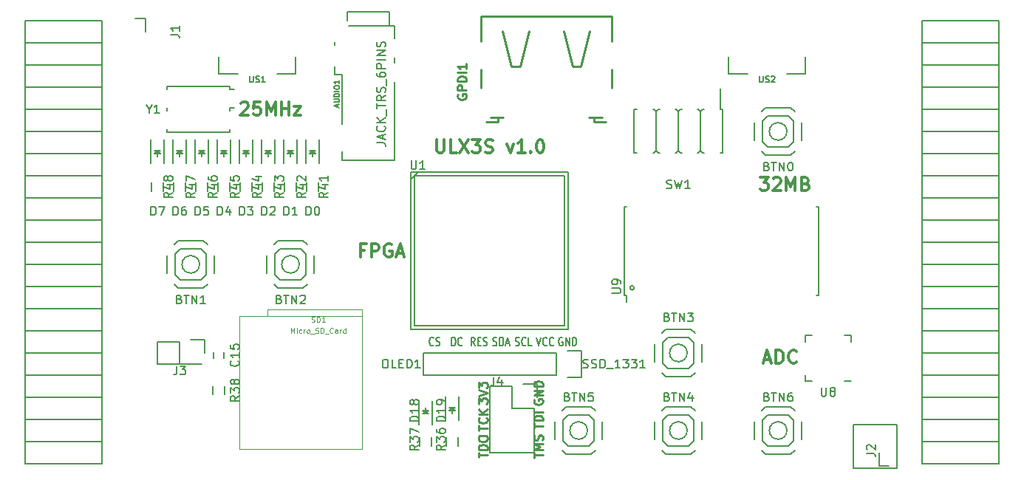
<source format=gto>
G04 #@! TF.FileFunction,Legend,Top*
%FSLAX46Y46*%
G04 Gerber Fmt 4.6, Leading zero omitted, Abs format (unit mm)*
G04 Created by KiCad (PCBNEW 4.0.7+dfsg1-1) date Fri Sep 29 01:14:07 2017*
%MOMM*%
%LPD*%
G01*
G04 APERTURE LIST*
%ADD10C,0.100000*%
%ADD11C,0.300000*%
%ADD12C,0.250000*%
%ADD13C,0.150000*%
%ADD14C,0.010160*%
%ADD15C,0.254000*%
%ADD16C,0.124460*%
%ADD17C,0.152400*%
G04 APERTURE END LIST*
D10*
D11*
X132442858Y-75076571D02*
X132442858Y-76290857D01*
X132514286Y-76433714D01*
X132585715Y-76505143D01*
X132728572Y-76576571D01*
X133014286Y-76576571D01*
X133157144Y-76505143D01*
X133228572Y-76433714D01*
X133300001Y-76290857D01*
X133300001Y-75076571D01*
X134728573Y-76576571D02*
X134014287Y-76576571D01*
X134014287Y-75076571D01*
X135085716Y-75076571D02*
X136085716Y-76576571D01*
X136085716Y-75076571D02*
X135085716Y-76576571D01*
X136514287Y-75076571D02*
X137442858Y-75076571D01*
X136942858Y-75648000D01*
X137157144Y-75648000D01*
X137300001Y-75719429D01*
X137371430Y-75790857D01*
X137442858Y-75933714D01*
X137442858Y-76290857D01*
X137371430Y-76433714D01*
X137300001Y-76505143D01*
X137157144Y-76576571D01*
X136728572Y-76576571D01*
X136585715Y-76505143D01*
X136514287Y-76433714D01*
X138014286Y-76505143D02*
X138228572Y-76576571D01*
X138585715Y-76576571D01*
X138728572Y-76505143D01*
X138800001Y-76433714D01*
X138871429Y-76290857D01*
X138871429Y-76148000D01*
X138800001Y-76005143D01*
X138728572Y-75933714D01*
X138585715Y-75862286D01*
X138300001Y-75790857D01*
X138157143Y-75719429D01*
X138085715Y-75648000D01*
X138014286Y-75505143D01*
X138014286Y-75362286D01*
X138085715Y-75219429D01*
X138157143Y-75148000D01*
X138300001Y-75076571D01*
X138657143Y-75076571D01*
X138871429Y-75148000D01*
X140514286Y-75576571D02*
X140871429Y-76576571D01*
X141228571Y-75576571D01*
X142585714Y-76576571D02*
X141728571Y-76576571D01*
X142157143Y-76576571D02*
X142157143Y-75076571D01*
X142014286Y-75290857D01*
X141871428Y-75433714D01*
X141728571Y-75505143D01*
X143228571Y-76433714D02*
X143299999Y-76505143D01*
X143228571Y-76576571D01*
X143157142Y-76505143D01*
X143228571Y-76433714D01*
X143228571Y-76576571D01*
X144228571Y-75076571D02*
X144371428Y-75076571D01*
X144514285Y-75148000D01*
X144585714Y-75219429D01*
X144657143Y-75362286D01*
X144728571Y-75648000D01*
X144728571Y-76005143D01*
X144657143Y-76290857D01*
X144585714Y-76433714D01*
X144514285Y-76505143D01*
X144371428Y-76576571D01*
X144228571Y-76576571D01*
X144085714Y-76505143D01*
X144014285Y-76433714D01*
X143942857Y-76290857D01*
X143871428Y-76005143D01*
X143871428Y-75648000D01*
X143942857Y-75362286D01*
X144014285Y-75219429D01*
X144085714Y-75148000D01*
X144228571Y-75076571D01*
X124175429Y-87728857D02*
X123675429Y-87728857D01*
X123675429Y-88514571D02*
X123675429Y-87014571D01*
X124389715Y-87014571D01*
X124961143Y-88514571D02*
X124961143Y-87014571D01*
X125532571Y-87014571D01*
X125675429Y-87086000D01*
X125746857Y-87157429D01*
X125818286Y-87300286D01*
X125818286Y-87514571D01*
X125746857Y-87657429D01*
X125675429Y-87728857D01*
X125532571Y-87800286D01*
X124961143Y-87800286D01*
X127246857Y-87086000D02*
X127104000Y-87014571D01*
X126889714Y-87014571D01*
X126675429Y-87086000D01*
X126532571Y-87228857D01*
X126461143Y-87371714D01*
X126389714Y-87657429D01*
X126389714Y-87871714D01*
X126461143Y-88157429D01*
X126532571Y-88300286D01*
X126675429Y-88443143D01*
X126889714Y-88514571D01*
X127032571Y-88514571D01*
X127246857Y-88443143D01*
X127318286Y-88371714D01*
X127318286Y-87871714D01*
X127032571Y-87871714D01*
X127889714Y-88086000D02*
X128604000Y-88086000D01*
X127746857Y-88514571D02*
X128246857Y-87014571D01*
X128746857Y-88514571D01*
X169510572Y-79394571D02*
X170439143Y-79394571D01*
X169939143Y-79966000D01*
X170153429Y-79966000D01*
X170296286Y-80037429D01*
X170367715Y-80108857D01*
X170439143Y-80251714D01*
X170439143Y-80608857D01*
X170367715Y-80751714D01*
X170296286Y-80823143D01*
X170153429Y-80894571D01*
X169724857Y-80894571D01*
X169582000Y-80823143D01*
X169510572Y-80751714D01*
X171010571Y-79537429D02*
X171082000Y-79466000D01*
X171224857Y-79394571D01*
X171582000Y-79394571D01*
X171724857Y-79466000D01*
X171796286Y-79537429D01*
X171867714Y-79680286D01*
X171867714Y-79823143D01*
X171796286Y-80037429D01*
X170939143Y-80894571D01*
X171867714Y-80894571D01*
X172510571Y-80894571D02*
X172510571Y-79394571D01*
X173010571Y-80466000D01*
X173510571Y-79394571D01*
X173510571Y-80894571D01*
X174724857Y-80108857D02*
X174939143Y-80180286D01*
X175010571Y-80251714D01*
X175082000Y-80394571D01*
X175082000Y-80608857D01*
X175010571Y-80751714D01*
X174939143Y-80823143D01*
X174796285Y-80894571D01*
X174224857Y-80894571D01*
X174224857Y-79394571D01*
X174724857Y-79394571D01*
X174867714Y-79466000D01*
X174939143Y-79537429D01*
X175010571Y-79680286D01*
X175010571Y-79823143D01*
X174939143Y-79966000D01*
X174867714Y-80037429D01*
X174724857Y-80108857D01*
X174224857Y-80108857D01*
X169966857Y-100278000D02*
X170681143Y-100278000D01*
X169824000Y-100706571D02*
X170324000Y-99206571D01*
X170824000Y-100706571D01*
X171324000Y-100706571D02*
X171324000Y-99206571D01*
X171681143Y-99206571D01*
X171895428Y-99278000D01*
X172038286Y-99420857D01*
X172109714Y-99563714D01*
X172181143Y-99849429D01*
X172181143Y-100063714D01*
X172109714Y-100349429D01*
X172038286Y-100492286D01*
X171895428Y-100635143D01*
X171681143Y-100706571D01*
X171324000Y-100706571D01*
X173681143Y-100563714D02*
X173609714Y-100635143D01*
X173395428Y-100706571D01*
X173252571Y-100706571D01*
X173038286Y-100635143D01*
X172895428Y-100492286D01*
X172824000Y-100349429D01*
X172752571Y-100063714D01*
X172752571Y-99849429D01*
X172824000Y-99563714D01*
X172895428Y-99420857D01*
X173038286Y-99278000D01*
X173252571Y-99206571D01*
X173395428Y-99206571D01*
X173609714Y-99278000D01*
X173681143Y-99349429D01*
X110011143Y-70901429D02*
X110082572Y-70830000D01*
X110225429Y-70758571D01*
X110582572Y-70758571D01*
X110725429Y-70830000D01*
X110796858Y-70901429D01*
X110868286Y-71044286D01*
X110868286Y-71187143D01*
X110796858Y-71401429D01*
X109939715Y-72258571D01*
X110868286Y-72258571D01*
X112225429Y-70758571D02*
X111511143Y-70758571D01*
X111439714Y-71472857D01*
X111511143Y-71401429D01*
X111654000Y-71330000D01*
X112011143Y-71330000D01*
X112154000Y-71401429D01*
X112225429Y-71472857D01*
X112296857Y-71615714D01*
X112296857Y-71972857D01*
X112225429Y-72115714D01*
X112154000Y-72187143D01*
X112011143Y-72258571D01*
X111654000Y-72258571D01*
X111511143Y-72187143D01*
X111439714Y-72115714D01*
X112939714Y-72258571D02*
X112939714Y-70758571D01*
X113439714Y-71830000D01*
X113939714Y-70758571D01*
X113939714Y-72258571D01*
X114654000Y-72258571D02*
X114654000Y-70758571D01*
X114654000Y-71472857D02*
X115511143Y-71472857D01*
X115511143Y-72258571D02*
X115511143Y-70758571D01*
X116082572Y-71258571D02*
X116868286Y-71258571D01*
X116082572Y-72258571D01*
X116868286Y-72258571D01*
D12*
X143590381Y-111521333D02*
X143590381Y-110949904D01*
X144590381Y-111235619D02*
X143590381Y-111235619D01*
X144590381Y-110616571D02*
X143590381Y-110616571D01*
X144304667Y-110283237D01*
X143590381Y-109949904D01*
X144590381Y-109949904D01*
X144542762Y-109521333D02*
X144590381Y-109378476D01*
X144590381Y-109140380D01*
X144542762Y-109045142D01*
X144495143Y-108997523D01*
X144399905Y-108949904D01*
X144304667Y-108949904D01*
X144209429Y-108997523D01*
X144161810Y-109045142D01*
X144114190Y-109140380D01*
X144066571Y-109330857D01*
X144018952Y-109426095D01*
X143971333Y-109473714D01*
X143876095Y-109521333D01*
X143780857Y-109521333D01*
X143685619Y-109473714D01*
X143638000Y-109426095D01*
X143590381Y-109330857D01*
X143590381Y-109092761D01*
X143638000Y-108949904D01*
X143590381Y-108163809D02*
X143590381Y-107592380D01*
X144590381Y-107878095D02*
X143590381Y-107878095D01*
X144590381Y-107259047D02*
X143590381Y-107259047D01*
X143590381Y-107020952D01*
X143638000Y-106878094D01*
X143733238Y-106782856D01*
X143828476Y-106735237D01*
X144018952Y-106687618D01*
X144161810Y-106687618D01*
X144352286Y-106735237D01*
X144447524Y-106782856D01*
X144542762Y-106878094D01*
X144590381Y-107020952D01*
X144590381Y-107259047D01*
X144590381Y-106259047D02*
X143590381Y-106259047D01*
X143638000Y-104853904D02*
X143590381Y-104949142D01*
X143590381Y-105091999D01*
X143638000Y-105234857D01*
X143733238Y-105330095D01*
X143828476Y-105377714D01*
X144018952Y-105425333D01*
X144161810Y-105425333D01*
X144352286Y-105377714D01*
X144447524Y-105330095D01*
X144542762Y-105234857D01*
X144590381Y-105091999D01*
X144590381Y-104996761D01*
X144542762Y-104853904D01*
X144495143Y-104806285D01*
X144161810Y-104806285D01*
X144161810Y-104996761D01*
X144590381Y-104377714D02*
X143590381Y-104377714D01*
X144590381Y-103806285D01*
X143590381Y-103806285D01*
X144590381Y-103330095D02*
X143590381Y-103330095D01*
X143590381Y-103092000D01*
X143638000Y-102949142D01*
X143733238Y-102853904D01*
X143828476Y-102806285D01*
X144018952Y-102758666D01*
X144161810Y-102758666D01*
X144352286Y-102806285D01*
X144447524Y-102853904D01*
X144542762Y-102949142D01*
X144590381Y-103092000D01*
X144590381Y-103330095D01*
X137240381Y-111497524D02*
X137240381Y-110926095D01*
X138240381Y-111211810D02*
X137240381Y-111211810D01*
X138240381Y-110592762D02*
X137240381Y-110592762D01*
X137240381Y-110354667D01*
X137288000Y-110211809D01*
X137383238Y-110116571D01*
X137478476Y-110068952D01*
X137668952Y-110021333D01*
X137811810Y-110021333D01*
X138002286Y-110068952D01*
X138097524Y-110116571D01*
X138192762Y-110211809D01*
X138240381Y-110354667D01*
X138240381Y-110592762D01*
X137240381Y-109402286D02*
X137240381Y-109211809D01*
X137288000Y-109116571D01*
X137383238Y-109021333D01*
X137573714Y-108973714D01*
X137907048Y-108973714D01*
X138097524Y-109021333D01*
X138192762Y-109116571D01*
X138240381Y-109211809D01*
X138240381Y-109402286D01*
X138192762Y-109497524D01*
X138097524Y-109592762D01*
X137907048Y-109640381D01*
X137573714Y-109640381D01*
X137383238Y-109592762D01*
X137288000Y-109497524D01*
X137240381Y-109402286D01*
X137240381Y-108425714D02*
X137240381Y-107854285D01*
X138240381Y-108140000D02*
X137240381Y-108140000D01*
X138145143Y-106949523D02*
X138192762Y-106997142D01*
X138240381Y-107139999D01*
X138240381Y-107235237D01*
X138192762Y-107378095D01*
X138097524Y-107473333D01*
X138002286Y-107520952D01*
X137811810Y-107568571D01*
X137668952Y-107568571D01*
X137478476Y-107520952D01*
X137383238Y-107473333D01*
X137288000Y-107378095D01*
X137240381Y-107235237D01*
X137240381Y-107139999D01*
X137288000Y-106997142D01*
X137335619Y-106949523D01*
X138240381Y-106520952D02*
X137240381Y-106520952D01*
X138240381Y-105949523D02*
X137668952Y-106378095D01*
X137240381Y-105949523D02*
X137811810Y-106520952D01*
X137240381Y-105330095D02*
X137240381Y-104711047D01*
X137621333Y-105044381D01*
X137621333Y-104901523D01*
X137668952Y-104806285D01*
X137716571Y-104758666D01*
X137811810Y-104711047D01*
X138049905Y-104711047D01*
X138145143Y-104758666D01*
X138192762Y-104806285D01*
X138240381Y-104901523D01*
X138240381Y-105187238D01*
X138192762Y-105282476D01*
X138145143Y-105330095D01*
X137240381Y-104425333D02*
X138240381Y-104092000D01*
X137240381Y-103758666D01*
X137240381Y-103520571D02*
X137240381Y-102901523D01*
X137621333Y-103234857D01*
X137621333Y-103091999D01*
X137668952Y-102996761D01*
X137716571Y-102949142D01*
X137811810Y-102901523D01*
X138049905Y-102901523D01*
X138145143Y-102949142D01*
X138192762Y-102996761D01*
X138240381Y-103091999D01*
X138240381Y-103377714D01*
X138192762Y-103472952D01*
X138145143Y-103520571D01*
D13*
X164940000Y-71620000D02*
X164940000Y-69195000D01*
X162680000Y-71870000D02*
X162680000Y-76370000D01*
X155060000Y-76620000D02*
X155340000Y-76620000D01*
X155060000Y-76620000D02*
X155060000Y-71620000D01*
X155060000Y-71620000D02*
X155340000Y-71620000D01*
X165220000Y-71620000D02*
X164940000Y-71620000D01*
X165220000Y-76620000D02*
X165220000Y-71620000D01*
X163061000Y-76620000D02*
X162934000Y-76620000D01*
X162934000Y-76620000D02*
X162680000Y-76366000D01*
X162680000Y-76366000D02*
X162426000Y-76620000D01*
X162426000Y-76620000D02*
X162299000Y-76620000D01*
X165220000Y-76620000D02*
X164940000Y-76620000D01*
X160521000Y-76620000D02*
X160394000Y-76620000D01*
X157981000Y-76620000D02*
X157854000Y-76620000D01*
X162299000Y-71620000D02*
X162426000Y-71620000D01*
X160140000Y-76366000D02*
X159886000Y-76620000D01*
X157600000Y-76366000D02*
X157346000Y-76620000D01*
X162680000Y-71874000D02*
X162934000Y-71620000D01*
X159886000Y-76620000D02*
X159759000Y-76620000D01*
X157346000Y-76620000D02*
X157219000Y-76620000D01*
X162934000Y-71620000D02*
X163061000Y-71620000D01*
X160394000Y-76620000D02*
X160140000Y-76366000D01*
X157854000Y-76620000D02*
X157600000Y-76366000D01*
X162426000Y-71620000D02*
X162680000Y-71874000D01*
X159759000Y-71620000D02*
X159886000Y-71620000D01*
X157219000Y-71620000D02*
X157346000Y-71620000D01*
X160394000Y-71620000D02*
X160521000Y-71620000D01*
X157854000Y-71620000D02*
X157981000Y-71620000D01*
X160140000Y-71874000D02*
X160394000Y-71620000D01*
X157600000Y-71874000D02*
X157854000Y-71620000D01*
X159886000Y-71620000D02*
X160140000Y-71874000D01*
X157346000Y-71620000D02*
X157600000Y-71874000D01*
X160140000Y-71870000D02*
X160140000Y-76370000D01*
X157600000Y-71870000D02*
X157600000Y-76370000D01*
D14*
X113070000Y-95320000D02*
X113070000Y-94520000D01*
X113070000Y-94520000D02*
X123870000Y-94520000D01*
X123870000Y-94520000D02*
X123870000Y-95320000D01*
X109870000Y-110520000D02*
X109870000Y-95320000D01*
X109870000Y-95320000D02*
X123870000Y-95320000D01*
X123870000Y-95320000D02*
X123870000Y-110520000D01*
X123870000Y-110520000D02*
X109870000Y-110520000D01*
D13*
X105260000Y-89360000D02*
G75*
G03X105260000Y-89360000I-1000000J0D01*
G01*
X103060000Y-87560000D02*
X105460000Y-87560000D01*
X102460000Y-88160000D02*
X103060000Y-87560000D01*
X102460000Y-90560000D02*
X102460000Y-88160000D01*
X103060000Y-91160000D02*
X102460000Y-90560000D01*
X105460000Y-91160000D02*
X103060000Y-91160000D01*
X106060000Y-90560000D02*
X105460000Y-91160000D01*
X106060000Y-88160000D02*
X106060000Y-90560000D01*
X105460000Y-87560000D02*
X106060000Y-88160000D01*
X102810000Y-86660000D02*
X105710000Y-86660000D01*
X102360000Y-87110000D02*
X102810000Y-86660000D01*
X101560000Y-90360000D02*
X101560000Y-88360000D01*
X102810000Y-92060000D02*
X102360000Y-91610000D01*
X105710000Y-92060000D02*
X102810000Y-92060000D01*
X106160000Y-91610000D02*
X105710000Y-92060000D01*
X106960000Y-88360000D02*
X106960000Y-90360000D01*
X105710000Y-86660000D02*
X106160000Y-87110000D01*
X116690000Y-89360000D02*
G75*
G03X116690000Y-89360000I-1000000J0D01*
G01*
X114490000Y-87560000D02*
X116890000Y-87560000D01*
X113890000Y-88160000D02*
X114490000Y-87560000D01*
X113890000Y-90560000D02*
X113890000Y-88160000D01*
X114490000Y-91160000D02*
X113890000Y-90560000D01*
X116890000Y-91160000D02*
X114490000Y-91160000D01*
X117490000Y-90560000D02*
X116890000Y-91160000D01*
X117490000Y-88160000D02*
X117490000Y-90560000D01*
X116890000Y-87560000D02*
X117490000Y-88160000D01*
X114240000Y-86660000D02*
X117140000Y-86660000D01*
X113790000Y-87110000D02*
X114240000Y-86660000D01*
X112990000Y-90360000D02*
X112990000Y-88360000D01*
X114240000Y-92060000D02*
X113790000Y-91610000D01*
X117140000Y-92060000D02*
X114240000Y-92060000D01*
X117590000Y-91610000D02*
X117140000Y-92060000D01*
X118390000Y-88360000D02*
X118390000Y-90360000D01*
X117140000Y-86660000D02*
X117590000Y-87110000D01*
X161140000Y-99520000D02*
G75*
G03X161140000Y-99520000I-1000000J0D01*
G01*
X158940000Y-97720000D02*
X161340000Y-97720000D01*
X158340000Y-98320000D02*
X158940000Y-97720000D01*
X158340000Y-100720000D02*
X158340000Y-98320000D01*
X158940000Y-101320000D02*
X158340000Y-100720000D01*
X161340000Y-101320000D02*
X158940000Y-101320000D01*
X161940000Y-100720000D02*
X161340000Y-101320000D01*
X161940000Y-98320000D02*
X161940000Y-100720000D01*
X161340000Y-97720000D02*
X161940000Y-98320000D01*
X158690000Y-96820000D02*
X161590000Y-96820000D01*
X158240000Y-97270000D02*
X158690000Y-96820000D01*
X157440000Y-100520000D02*
X157440000Y-98520000D01*
X158690000Y-102220000D02*
X158240000Y-101770000D01*
X161590000Y-102220000D02*
X158690000Y-102220000D01*
X162040000Y-101770000D02*
X161590000Y-102220000D01*
X162840000Y-98520000D02*
X162840000Y-100520000D01*
X161590000Y-96820000D02*
X162040000Y-97270000D01*
X161140000Y-108410000D02*
G75*
G03X161140000Y-108410000I-1000000J0D01*
G01*
X161340000Y-110210000D02*
X158940000Y-110210000D01*
X161940000Y-109610000D02*
X161340000Y-110210000D01*
X161940000Y-107210000D02*
X161940000Y-109610000D01*
X161340000Y-106610000D02*
X161940000Y-107210000D01*
X158940000Y-106610000D02*
X161340000Y-106610000D01*
X158340000Y-107210000D02*
X158940000Y-106610000D01*
X158340000Y-109610000D02*
X158340000Y-107210000D01*
X158940000Y-110210000D02*
X158340000Y-109610000D01*
X161590000Y-111110000D02*
X158690000Y-111110000D01*
X162040000Y-110660000D02*
X161590000Y-111110000D01*
X162840000Y-107410000D02*
X162840000Y-109410000D01*
X161590000Y-105710000D02*
X162040000Y-106160000D01*
X158690000Y-105710000D02*
X161590000Y-105710000D01*
X158240000Y-106160000D02*
X158690000Y-105710000D01*
X157440000Y-109410000D02*
X157440000Y-107410000D01*
X158690000Y-111110000D02*
X158240000Y-110660000D01*
X149710000Y-108410000D02*
G75*
G03X149710000Y-108410000I-1000000J0D01*
G01*
X149910000Y-110210000D02*
X147510000Y-110210000D01*
X150510000Y-109610000D02*
X149910000Y-110210000D01*
X150510000Y-107210000D02*
X150510000Y-109610000D01*
X149910000Y-106610000D02*
X150510000Y-107210000D01*
X147510000Y-106610000D02*
X149910000Y-106610000D01*
X146910000Y-107210000D02*
X147510000Y-106610000D01*
X146910000Y-109610000D02*
X146910000Y-107210000D01*
X147510000Y-110210000D02*
X146910000Y-109610000D01*
X150160000Y-111110000D02*
X147260000Y-111110000D01*
X150610000Y-110660000D02*
X150160000Y-111110000D01*
X151410000Y-107410000D02*
X151410000Y-109410000D01*
X150160000Y-105710000D02*
X150610000Y-106160000D01*
X147260000Y-105710000D02*
X150160000Y-105710000D01*
X146810000Y-106160000D02*
X147260000Y-105710000D01*
X146010000Y-109410000D02*
X146010000Y-107410000D01*
X147260000Y-111110000D02*
X146810000Y-110660000D01*
X172570000Y-108410000D02*
G75*
G03X172570000Y-108410000I-1000000J0D01*
G01*
X172770000Y-110210000D02*
X170370000Y-110210000D01*
X173370000Y-109610000D02*
X172770000Y-110210000D01*
X173370000Y-107210000D02*
X173370000Y-109610000D01*
X172770000Y-106610000D02*
X173370000Y-107210000D01*
X170370000Y-106610000D02*
X172770000Y-106610000D01*
X169770000Y-107210000D02*
X170370000Y-106610000D01*
X169770000Y-109610000D02*
X169770000Y-107210000D01*
X170370000Y-110210000D02*
X169770000Y-109610000D01*
X173020000Y-111110000D02*
X170120000Y-111110000D01*
X173470000Y-110660000D02*
X173020000Y-111110000D01*
X174270000Y-107410000D02*
X174270000Y-109410000D01*
X173020000Y-105710000D02*
X173470000Y-106160000D01*
X170120000Y-105710000D02*
X173020000Y-105710000D01*
X169670000Y-106160000D02*
X170120000Y-105710000D01*
X168870000Y-109410000D02*
X168870000Y-107410000D01*
X170120000Y-111110000D02*
X169670000Y-110660000D01*
X117480000Y-75060000D02*
X117480000Y-77760000D01*
X118980000Y-75060000D02*
X118980000Y-77760000D01*
X118080000Y-76560000D02*
X118330000Y-76560000D01*
X118330000Y-76560000D02*
X118180000Y-76410000D01*
X118580000Y-76310000D02*
X117880000Y-76310000D01*
X118230000Y-76660000D02*
X118230000Y-77010000D01*
X118230000Y-76310000D02*
X118580000Y-76660000D01*
X118580000Y-76660000D02*
X117880000Y-76660000D01*
X117880000Y-76660000D02*
X118230000Y-76310000D01*
X114940000Y-75060000D02*
X114940000Y-77760000D01*
X116440000Y-75060000D02*
X116440000Y-77760000D01*
X115540000Y-76560000D02*
X115790000Y-76560000D01*
X115790000Y-76560000D02*
X115640000Y-76410000D01*
X116040000Y-76310000D02*
X115340000Y-76310000D01*
X115690000Y-76660000D02*
X115690000Y-77010000D01*
X115690000Y-76310000D02*
X116040000Y-76660000D01*
X116040000Y-76660000D02*
X115340000Y-76660000D01*
X115340000Y-76660000D02*
X115690000Y-76310000D01*
X112400000Y-75060000D02*
X112400000Y-77760000D01*
X113900000Y-75060000D02*
X113900000Y-77760000D01*
X113000000Y-76560000D02*
X113250000Y-76560000D01*
X113250000Y-76560000D02*
X113100000Y-76410000D01*
X113500000Y-76310000D02*
X112800000Y-76310000D01*
X113150000Y-76660000D02*
X113150000Y-77010000D01*
X113150000Y-76310000D02*
X113500000Y-76660000D01*
X113500000Y-76660000D02*
X112800000Y-76660000D01*
X112800000Y-76660000D02*
X113150000Y-76310000D01*
X109860000Y-75060000D02*
X109860000Y-77760000D01*
X111360000Y-75060000D02*
X111360000Y-77760000D01*
X110460000Y-76560000D02*
X110710000Y-76560000D01*
X110710000Y-76560000D02*
X110560000Y-76410000D01*
X110960000Y-76310000D02*
X110260000Y-76310000D01*
X110610000Y-76660000D02*
X110610000Y-77010000D01*
X110610000Y-76310000D02*
X110960000Y-76660000D01*
X110960000Y-76660000D02*
X110260000Y-76660000D01*
X110260000Y-76660000D02*
X110610000Y-76310000D01*
X107320000Y-75060000D02*
X107320000Y-77760000D01*
X108820000Y-75060000D02*
X108820000Y-77760000D01*
X107920000Y-76560000D02*
X108170000Y-76560000D01*
X108170000Y-76560000D02*
X108020000Y-76410000D01*
X108420000Y-76310000D02*
X107720000Y-76310000D01*
X108070000Y-76660000D02*
X108070000Y-77010000D01*
X108070000Y-76310000D02*
X108420000Y-76660000D01*
X108420000Y-76660000D02*
X107720000Y-76660000D01*
X107720000Y-76660000D02*
X108070000Y-76310000D01*
X104780000Y-75060000D02*
X104780000Y-77760000D01*
X106280000Y-75060000D02*
X106280000Y-77760000D01*
X105380000Y-76560000D02*
X105630000Y-76560000D01*
X105630000Y-76560000D02*
X105480000Y-76410000D01*
X105880000Y-76310000D02*
X105180000Y-76310000D01*
X105530000Y-76660000D02*
X105530000Y-77010000D01*
X105530000Y-76310000D02*
X105880000Y-76660000D01*
X105880000Y-76660000D02*
X105180000Y-76660000D01*
X105180000Y-76660000D02*
X105530000Y-76310000D01*
X102240000Y-75060000D02*
X102240000Y-77760000D01*
X103740000Y-75060000D02*
X103740000Y-77760000D01*
X102840000Y-76560000D02*
X103090000Y-76560000D01*
X103090000Y-76560000D02*
X102940000Y-76410000D01*
X103340000Y-76310000D02*
X102640000Y-76310000D01*
X102990000Y-76660000D02*
X102990000Y-77010000D01*
X102990000Y-76310000D02*
X103340000Y-76660000D01*
X103340000Y-76660000D02*
X102640000Y-76660000D01*
X102640000Y-76660000D02*
X102990000Y-76310000D01*
X99700000Y-75060000D02*
X99700000Y-77760000D01*
X101200000Y-75060000D02*
X101200000Y-77760000D01*
X100300000Y-76560000D02*
X100550000Y-76560000D01*
X100550000Y-76560000D02*
X100400000Y-76410000D01*
X100800000Y-76310000D02*
X100100000Y-76310000D01*
X100450000Y-76660000D02*
X100450000Y-77010000D01*
X100450000Y-76310000D02*
X100800000Y-76660000D01*
X100800000Y-76660000D02*
X100100000Y-76660000D01*
X100100000Y-76660000D02*
X100450000Y-76310000D01*
X176180000Y-92880000D02*
X175980000Y-92880000D01*
X176180000Y-82720000D02*
X175980000Y-82720000D01*
X155080000Y-92050000D02*
G75*
G03X155080000Y-92050000I-250000J0D01*
G01*
X154180000Y-92880000D02*
X154180000Y-93700000D01*
X153980000Y-92880000D02*
X154180000Y-92880000D01*
X153980000Y-82720000D02*
X154180000Y-82720000D01*
X176190000Y-82720000D02*
X176190000Y-92880000D01*
X153970000Y-92880000D02*
X153970000Y-82720000D01*
X85270000Y-112220000D02*
X94100000Y-112220000D01*
X85270000Y-109680000D02*
X85270000Y-112220000D01*
X94100000Y-109680000D02*
X94100000Y-112220000D01*
X94100000Y-112220000D02*
X85270000Y-112220000D01*
X94100000Y-109680000D02*
X85270000Y-109680000D01*
X94100000Y-107140000D02*
X94100000Y-109680000D01*
X85270000Y-107140000D02*
X85270000Y-109680000D01*
X85270000Y-109680000D02*
X94100000Y-109680000D01*
X85270000Y-91900000D02*
X94100000Y-91900000D01*
X85270000Y-89360000D02*
X85270000Y-91900000D01*
X94100000Y-89360000D02*
X94100000Y-91900000D01*
X94100000Y-91900000D02*
X85270000Y-91900000D01*
X94100000Y-94440000D02*
X85270000Y-94440000D01*
X94100000Y-91900000D02*
X94100000Y-94440000D01*
X85270000Y-91900000D02*
X85270000Y-94440000D01*
X85270000Y-94440000D02*
X94100000Y-94440000D01*
X85270000Y-107140000D02*
X94100000Y-107140000D01*
X85270000Y-104600000D02*
X85270000Y-107140000D01*
X94100000Y-104600000D02*
X94100000Y-107140000D01*
X94100000Y-107140000D02*
X85270000Y-107140000D01*
X94100000Y-104600000D02*
X85270000Y-104600000D01*
X94100000Y-102060000D02*
X94100000Y-104600000D01*
X85270000Y-102060000D02*
X85270000Y-104600000D01*
X85270000Y-104600000D02*
X94100000Y-104600000D01*
X85270000Y-102060000D02*
X94100000Y-102060000D01*
X85270000Y-99520000D02*
X85270000Y-102060000D01*
X94100000Y-99520000D02*
X94100000Y-102060000D01*
X94100000Y-102060000D02*
X85270000Y-102060000D01*
X94100000Y-99520000D02*
X85270000Y-99520000D01*
X94100000Y-96980000D02*
X94100000Y-99520000D01*
X85270000Y-96980000D02*
X85270000Y-99520000D01*
X85270000Y-99520000D02*
X94100000Y-99520000D01*
X85270000Y-96980000D02*
X94100000Y-96980000D01*
X85270000Y-94440000D02*
X85270000Y-96980000D01*
X94100000Y-94440000D02*
X94100000Y-96980000D01*
X94100000Y-96980000D02*
X85270000Y-96980000D01*
X94100000Y-79200000D02*
X85270000Y-79200000D01*
X94100000Y-76660000D02*
X94100000Y-79200000D01*
X85270000Y-76660000D02*
X85270000Y-79200000D01*
X85270000Y-79200000D02*
X94100000Y-79200000D01*
X85270000Y-81740000D02*
X94100000Y-81740000D01*
X85270000Y-79200000D02*
X85270000Y-81740000D01*
X94100000Y-79200000D02*
X94100000Y-81740000D01*
X94100000Y-81740000D02*
X85270000Y-81740000D01*
X94100000Y-84280000D02*
X85270000Y-84280000D01*
X94100000Y-81740000D02*
X94100000Y-84280000D01*
X85270000Y-81740000D02*
X85270000Y-84280000D01*
X85270000Y-84280000D02*
X94100000Y-84280000D01*
X85270000Y-86820000D02*
X94100000Y-86820000D01*
X85270000Y-84280000D02*
X85270000Y-86820000D01*
X94100000Y-84280000D02*
X94100000Y-86820000D01*
X94100000Y-86820000D02*
X85270000Y-86820000D01*
X94100000Y-89360000D02*
X85270000Y-89360000D01*
X94100000Y-86820000D02*
X94100000Y-89360000D01*
X85270000Y-86820000D02*
X85270000Y-89360000D01*
X85270000Y-89360000D02*
X94100000Y-89360000D01*
X85270000Y-76660000D02*
X94100000Y-76660000D01*
X85270000Y-74120000D02*
X85270000Y-76660000D01*
X94100000Y-74120000D02*
X94100000Y-76660000D01*
X94100000Y-76660000D02*
X85270000Y-76660000D01*
X94100000Y-74120000D02*
X85270000Y-74120000D01*
X94100000Y-71580000D02*
X94100000Y-74120000D01*
X85270000Y-71580000D02*
X85270000Y-74120000D01*
X85270000Y-74120000D02*
X94100000Y-74120000D01*
X85270000Y-71580000D02*
X94100000Y-71580000D01*
X85270000Y-69040000D02*
X85270000Y-71580000D01*
X94100000Y-69040000D02*
X94100000Y-71580000D01*
X94100000Y-71580000D02*
X85270000Y-71580000D01*
X94100000Y-69040000D02*
X85270000Y-69040000D01*
X94100000Y-66500000D02*
X94100000Y-69040000D01*
X85270000Y-66500000D02*
X85270000Y-69040000D01*
X85270000Y-69040000D02*
X94100000Y-69040000D01*
X85270000Y-66500000D02*
X94100000Y-66500000D01*
X85270000Y-63960000D02*
X85270000Y-66500000D01*
X94100000Y-63960000D02*
X94100000Y-66500000D01*
X94100000Y-66500000D02*
X85270000Y-66500000D01*
X94100000Y-63960000D02*
X85270000Y-63960000D01*
X94100000Y-61420000D02*
X94100000Y-63960000D01*
X99060000Y-62690000D02*
X99060000Y-61140000D01*
X99060000Y-61140000D02*
X97910000Y-61140000D01*
X94100000Y-61420000D02*
X85270000Y-61420000D01*
X85270000Y-61420000D02*
X85270000Y-63960000D01*
X85270000Y-63960000D02*
X94100000Y-63960000D01*
X196910000Y-61420000D02*
X188080000Y-61420000D01*
X196910000Y-63960000D02*
X196910000Y-61420000D01*
X188080000Y-63960000D02*
X188080000Y-61420000D01*
X188080000Y-61420000D02*
X196910000Y-61420000D01*
X188080000Y-63960000D02*
X196910000Y-63960000D01*
X188080000Y-66500000D02*
X188080000Y-63960000D01*
X196910000Y-66500000D02*
X196910000Y-63960000D01*
X196910000Y-63960000D02*
X188080000Y-63960000D01*
X196910000Y-81740000D02*
X188080000Y-81740000D01*
X196910000Y-84280000D02*
X196910000Y-81740000D01*
X188080000Y-84280000D02*
X188080000Y-81740000D01*
X188080000Y-81740000D02*
X196910000Y-81740000D01*
X188080000Y-79200000D02*
X196910000Y-79200000D01*
X188080000Y-81740000D02*
X188080000Y-79200000D01*
X196910000Y-81740000D02*
X196910000Y-79200000D01*
X196910000Y-79200000D02*
X188080000Y-79200000D01*
X196910000Y-66500000D02*
X188080000Y-66500000D01*
X196910000Y-69040000D02*
X196910000Y-66500000D01*
X188080000Y-69040000D02*
X188080000Y-66500000D01*
X188080000Y-66500000D02*
X196910000Y-66500000D01*
X188080000Y-69040000D02*
X196910000Y-69040000D01*
X188080000Y-71580000D02*
X188080000Y-69040000D01*
X196910000Y-71580000D02*
X196910000Y-69040000D01*
X196910000Y-69040000D02*
X188080000Y-69040000D01*
X196910000Y-71580000D02*
X188080000Y-71580000D01*
X196910000Y-74120000D02*
X196910000Y-71580000D01*
X188080000Y-74120000D02*
X188080000Y-71580000D01*
X188080000Y-71580000D02*
X196910000Y-71580000D01*
X188080000Y-74120000D02*
X196910000Y-74120000D01*
X188080000Y-76660000D02*
X188080000Y-74120000D01*
X196910000Y-76660000D02*
X196910000Y-74120000D01*
X196910000Y-74120000D02*
X188080000Y-74120000D01*
X196910000Y-76660000D02*
X188080000Y-76660000D01*
X196910000Y-79200000D02*
X196910000Y-76660000D01*
X188080000Y-79200000D02*
X188080000Y-76660000D01*
X188080000Y-76660000D02*
X196910000Y-76660000D01*
X188080000Y-94440000D02*
X196910000Y-94440000D01*
X188080000Y-96980000D02*
X188080000Y-94440000D01*
X196910000Y-96980000D02*
X196910000Y-94440000D01*
X196910000Y-94440000D02*
X188080000Y-94440000D01*
X196910000Y-91900000D02*
X188080000Y-91900000D01*
X196910000Y-94440000D02*
X196910000Y-91900000D01*
X188080000Y-94440000D02*
X188080000Y-91900000D01*
X188080000Y-91900000D02*
X196910000Y-91900000D01*
X188080000Y-89360000D02*
X196910000Y-89360000D01*
X188080000Y-91900000D02*
X188080000Y-89360000D01*
X196910000Y-91900000D02*
X196910000Y-89360000D01*
X196910000Y-89360000D02*
X188080000Y-89360000D01*
X196910000Y-86820000D02*
X188080000Y-86820000D01*
X196910000Y-89360000D02*
X196910000Y-86820000D01*
X188080000Y-89360000D02*
X188080000Y-86820000D01*
X188080000Y-86820000D02*
X196910000Y-86820000D01*
X188080000Y-84280000D02*
X196910000Y-84280000D01*
X188080000Y-86820000D02*
X188080000Y-84280000D01*
X196910000Y-86820000D02*
X196910000Y-84280000D01*
X196910000Y-84280000D02*
X188080000Y-84280000D01*
X196910000Y-96980000D02*
X188080000Y-96980000D01*
X196910000Y-99520000D02*
X196910000Y-96980000D01*
X188080000Y-99520000D02*
X188080000Y-96980000D01*
X188080000Y-96980000D02*
X196910000Y-96980000D01*
X188080000Y-99520000D02*
X196910000Y-99520000D01*
X188080000Y-102060000D02*
X188080000Y-99520000D01*
X196910000Y-102060000D02*
X196910000Y-99520000D01*
X196910000Y-99520000D02*
X188080000Y-99520000D01*
X196910000Y-102060000D02*
X188080000Y-102060000D01*
X196910000Y-104600000D02*
X196910000Y-102060000D01*
X188080000Y-104600000D02*
X188080000Y-102060000D01*
X188080000Y-102060000D02*
X196910000Y-102060000D01*
X188080000Y-104600000D02*
X196910000Y-104600000D01*
X188080000Y-107140000D02*
X188080000Y-104600000D01*
X196910000Y-107140000D02*
X196910000Y-104600000D01*
X196910000Y-104600000D02*
X188080000Y-104600000D01*
X196910000Y-107140000D02*
X188080000Y-107140000D01*
X196910000Y-109680000D02*
X196910000Y-107140000D01*
X188080000Y-109680000D02*
X188080000Y-107140000D01*
X188080000Y-107140000D02*
X196910000Y-107140000D01*
X188080000Y-109680000D02*
X196910000Y-109680000D01*
X188080000Y-112220000D02*
X188080000Y-109680000D01*
X183120000Y-110950000D02*
X183120000Y-112500000D01*
X183120000Y-112500000D02*
X184270000Y-112500000D01*
X188080000Y-112220000D02*
X196910000Y-112220000D01*
X196910000Y-112220000D02*
X196910000Y-109680000D01*
X196910000Y-109680000D02*
X188080000Y-109680000D01*
X172570000Y-74120000D02*
G75*
G03X172570000Y-74120000I-1000000J0D01*
G01*
X172770000Y-75920000D02*
X170370000Y-75920000D01*
X173370000Y-75320000D02*
X172770000Y-75920000D01*
X173370000Y-72920000D02*
X173370000Y-75320000D01*
X172770000Y-72320000D02*
X173370000Y-72920000D01*
X170370000Y-72320000D02*
X172770000Y-72320000D01*
X169770000Y-72920000D02*
X170370000Y-72320000D01*
X169770000Y-75320000D02*
X169770000Y-72920000D01*
X170370000Y-75920000D02*
X169770000Y-75320000D01*
X173020000Y-76820000D02*
X170120000Y-76820000D01*
X173470000Y-76370000D02*
X173020000Y-76820000D01*
X174270000Y-73120000D02*
X174270000Y-75120000D01*
X173020000Y-71420000D02*
X173470000Y-71870000D01*
X170120000Y-71420000D02*
X173020000Y-71420000D01*
X169670000Y-71870000D02*
X170120000Y-71420000D01*
X168870000Y-75120000D02*
X168870000Y-73120000D01*
X170120000Y-76820000D02*
X169670000Y-76370000D01*
X108724000Y-69280000D02*
X109274000Y-69280000D01*
X101524000Y-68980000D02*
X101524000Y-69280000D01*
X101524000Y-74180000D02*
X101524000Y-73880000D01*
X108724000Y-74180000D02*
X108724000Y-73880000D01*
X108724000Y-68980000D02*
X108724000Y-69280000D01*
X108724000Y-68980000D02*
X101524000Y-68980000D01*
X108724000Y-71380000D02*
X109274000Y-71380000D01*
X108724000Y-74180000D02*
X101524000Y-74180000D01*
X101524000Y-71380000D02*
X101524000Y-71780000D01*
X108724000Y-71380000D02*
X108724000Y-71780000D01*
X105810000Y-99520000D02*
X105810000Y-97970000D01*
X102990000Y-100790000D02*
X105530000Y-100790000D01*
X105810000Y-97970000D02*
X104260000Y-97970000D01*
X100450000Y-100790000D02*
X102990000Y-100790000D01*
X102990000Y-100790000D02*
X102990000Y-98250000D01*
X102990000Y-98250000D02*
X100450000Y-98250000D01*
X100450000Y-98250000D02*
X100450000Y-100790000D01*
X131934000Y-107724000D02*
X131934000Y-105024000D01*
X130434000Y-107724000D02*
X130434000Y-105024000D01*
X131334000Y-106224000D02*
X131084000Y-106224000D01*
X131084000Y-106224000D02*
X131234000Y-106374000D01*
X130834000Y-106474000D02*
X131534000Y-106474000D01*
X131184000Y-106124000D02*
X131184000Y-105774000D01*
X131184000Y-106474000D02*
X130834000Y-106124000D01*
X130834000Y-106124000D02*
X131534000Y-106124000D01*
X131534000Y-106124000D02*
X131184000Y-106474000D01*
X133482000Y-104524000D02*
X133482000Y-107224000D01*
X134982000Y-104524000D02*
X134982000Y-107224000D01*
X134082000Y-106024000D02*
X134332000Y-106024000D01*
X134332000Y-106024000D02*
X134182000Y-105874000D01*
X134582000Y-105774000D02*
X133882000Y-105774000D01*
X134232000Y-106124000D02*
X134232000Y-106474000D01*
X134232000Y-105774000D02*
X134582000Y-106124000D01*
X134582000Y-106124000D02*
X133882000Y-106124000D01*
X133882000Y-106124000D02*
X134232000Y-105774000D01*
X130509000Y-110180000D02*
X130509000Y-109180000D01*
X131859000Y-109180000D02*
X131859000Y-110180000D01*
X134907000Y-109180000D02*
X134907000Y-110180000D01*
X133557000Y-110180000D02*
X133557000Y-109180000D01*
X106880000Y-100150000D02*
X106880000Y-99450000D01*
X108080000Y-99450000D02*
X108080000Y-100150000D01*
X106805000Y-104300000D02*
X106805000Y-103300000D01*
X108155000Y-103300000D02*
X108155000Y-104300000D01*
X116280000Y-65560000D02*
X116280000Y-67560000D01*
X116280000Y-67560000D02*
X114130000Y-67560000D01*
X109630000Y-67560000D02*
X107480000Y-67560000D01*
X107480000Y-67560000D02*
X107480000Y-65610000D01*
X174700000Y-65560000D02*
X174700000Y-67560000D01*
X174700000Y-67560000D02*
X172550000Y-67560000D01*
X168050000Y-67560000D02*
X165900000Y-67560000D01*
X165900000Y-67560000D02*
X165900000Y-65610000D01*
X143630000Y-110950000D02*
X143630000Y-105870000D01*
X143910000Y-103050000D02*
X143910000Y-104600000D01*
X141090000Y-103330000D02*
X141090000Y-105870000D01*
X141090000Y-105870000D02*
X143630000Y-105870000D01*
X143630000Y-110950000D02*
X138550000Y-110950000D01*
X138550000Y-110950000D02*
X138550000Y-105870000D01*
X143910000Y-103050000D02*
X142360000Y-103050000D01*
X138550000Y-103330000D02*
X141090000Y-103330000D01*
X138550000Y-105870000D02*
X138550000Y-103330000D01*
X118905000Y-79970000D02*
X118905000Y-80970000D01*
X117555000Y-80970000D02*
X117555000Y-79970000D01*
X116365000Y-79970000D02*
X116365000Y-80970000D01*
X115015000Y-80970000D02*
X115015000Y-79970000D01*
X113825000Y-79970000D02*
X113825000Y-80970000D01*
X112475000Y-80970000D02*
X112475000Y-79970000D01*
X111285000Y-79970000D02*
X111285000Y-80970000D01*
X109935000Y-80970000D02*
X109935000Y-79970000D01*
X108745000Y-79970000D02*
X108745000Y-80970000D01*
X107395000Y-80970000D02*
X107395000Y-79970000D01*
X106205000Y-79970000D02*
X106205000Y-80970000D01*
X104855000Y-80970000D02*
X104855000Y-79970000D01*
X103665000Y-79970000D02*
X103665000Y-80970000D01*
X102315000Y-80970000D02*
X102315000Y-79970000D01*
X101125000Y-79970000D02*
X101125000Y-80970000D01*
X99775000Y-80970000D02*
X99775000Y-79970000D01*
X174660000Y-102780000D02*
X174660000Y-102030000D01*
X179910000Y-97530000D02*
X179910000Y-98280000D01*
X174660000Y-97530000D02*
X174660000Y-98280000D01*
X179910000Y-102780000D02*
X179160000Y-102780000D01*
X179910000Y-97530000D02*
X179160000Y-97530000D01*
X174660000Y-97530000D02*
X175410000Y-97530000D01*
X174660000Y-102780000D02*
X175410000Y-102780000D01*
X130280000Y-78800000D02*
X129480000Y-79600000D01*
X129480000Y-96800000D02*
X129480000Y-78800000D01*
X147480000Y-96800000D02*
X129480000Y-96800000D01*
X147480000Y-78800000D02*
X147480000Y-96800000D01*
X129480000Y-78800000D02*
X147480000Y-78800000D01*
X129880000Y-96400000D02*
X129880000Y-79200000D01*
X147080000Y-96400000D02*
X129880000Y-96400000D01*
X147080000Y-79200000D02*
X147080000Y-96400000D01*
X129880000Y-79200000D02*
X147080000Y-79200000D01*
X180180640Y-107700640D02*
X185179360Y-107700640D01*
X185179360Y-107700640D02*
X185179360Y-112699360D01*
X185179360Y-112699360D02*
X180180640Y-112699360D01*
X180180640Y-112699360D02*
X180180640Y-107700640D01*
X146170000Y-99520000D02*
X130930000Y-99520000D01*
X130930000Y-99520000D02*
X130930000Y-102060000D01*
X130930000Y-102060000D02*
X146170000Y-102060000D01*
X148990000Y-99240000D02*
X147440000Y-99240000D01*
X146170000Y-99520000D02*
X146170000Y-102060000D01*
X147440000Y-102340000D02*
X148990000Y-102340000D01*
X148990000Y-102340000D02*
X148990000Y-99240000D01*
X122180000Y-60440000D02*
X122180000Y-61440000D01*
X126980000Y-60440000D02*
X122180000Y-60440000D01*
X126980000Y-62040000D02*
X126980000Y-60440000D01*
X127580000Y-62040000D02*
X122380000Y-62040000D01*
X120780000Y-64240000D02*
X120780000Y-63840000D01*
X120780000Y-67640000D02*
X120780000Y-66640000D01*
X121580000Y-67640000D02*
X120780000Y-67640000D01*
X121580000Y-73240000D02*
X121580000Y-67640000D01*
X121580000Y-77440000D02*
X121580000Y-76440000D01*
X127580000Y-77440000D02*
X121580000Y-77440000D01*
X127580000Y-68440000D02*
X127580000Y-77440000D01*
X127580000Y-65640000D02*
X127580000Y-66240000D01*
X127580000Y-62040000D02*
X127580000Y-63440000D01*
D15*
X151378260Y-72548160D02*
X150479100Y-72548160D01*
X150479100Y-72548160D02*
X149879660Y-72548160D01*
X140080340Y-72548160D02*
X139480900Y-72548160D01*
X139480900Y-72548160D02*
X138581740Y-72548160D01*
X137481920Y-69149640D02*
X137481920Y-66998260D01*
X137481920Y-63800400D02*
X137481920Y-60892100D01*
X137481920Y-60892100D02*
X152478080Y-60892100D01*
X152478080Y-60892100D02*
X152478080Y-63800400D01*
X152478080Y-66998260D02*
X152478080Y-69149640D01*
X138106760Y-73048540D02*
X139480900Y-73048540D01*
X139480900Y-73048540D02*
X139480900Y-72548160D01*
X150479100Y-72548160D02*
X150479100Y-73048540D01*
X150479100Y-73048540D02*
X151865940Y-73048540D01*
X142981020Y-62632000D02*
X141980260Y-66632500D01*
X141980260Y-66632500D02*
X140982040Y-66632500D01*
X140982040Y-66632500D02*
X139981280Y-62632000D01*
X146978980Y-62632000D02*
X147979740Y-66632500D01*
X147979740Y-66632500D02*
X148977960Y-66632500D01*
X148977960Y-66632500D02*
X149978720Y-62632000D01*
D13*
X158806667Y-80620762D02*
X158949524Y-80668381D01*
X159187620Y-80668381D01*
X159282858Y-80620762D01*
X159330477Y-80573143D01*
X159378096Y-80477905D01*
X159378096Y-80382667D01*
X159330477Y-80287429D01*
X159282858Y-80239810D01*
X159187620Y-80192190D01*
X158997143Y-80144571D01*
X158901905Y-80096952D01*
X158854286Y-80049333D01*
X158806667Y-79954095D01*
X158806667Y-79858857D01*
X158854286Y-79763619D01*
X158901905Y-79716000D01*
X158997143Y-79668381D01*
X159235239Y-79668381D01*
X159378096Y-79716000D01*
X159711429Y-79668381D02*
X159949524Y-80668381D01*
X160140001Y-79954095D01*
X160330477Y-80668381D01*
X160568572Y-79668381D01*
X161473334Y-80668381D02*
X160901905Y-80668381D01*
X161187619Y-80668381D02*
X161187619Y-79668381D01*
X161092381Y-79811238D01*
X160997143Y-79906476D01*
X160901905Y-79954095D01*
D16*
X118108564Y-95952630D02*
X118194198Y-95981175D01*
X118336922Y-95981175D01*
X118394012Y-95952630D01*
X118422556Y-95924086D01*
X118451101Y-95866996D01*
X118451101Y-95809907D01*
X118422556Y-95752817D01*
X118394012Y-95724272D01*
X118336922Y-95695728D01*
X118222743Y-95667183D01*
X118165654Y-95638638D01*
X118137109Y-95610093D01*
X118108564Y-95553004D01*
X118108564Y-95495914D01*
X118137109Y-95438825D01*
X118165654Y-95410280D01*
X118222743Y-95381735D01*
X118365467Y-95381735D01*
X118451101Y-95410280D01*
X118708004Y-95981175D02*
X118708004Y-95381735D01*
X118850728Y-95381735D01*
X118936362Y-95410280D01*
X118993451Y-95467370D01*
X119021996Y-95524459D01*
X119050541Y-95638638D01*
X119050541Y-95724272D01*
X119021996Y-95838451D01*
X118993451Y-95895541D01*
X118936362Y-95952630D01*
X118850728Y-95981175D01*
X118708004Y-95981175D01*
X119621436Y-95981175D02*
X119278899Y-95981175D01*
X119450168Y-95981175D02*
X119450168Y-95381735D01*
X119393078Y-95467370D01*
X119335989Y-95524459D01*
X119278899Y-95553004D01*
X115739350Y-97251175D02*
X115739350Y-96651735D01*
X115939163Y-97079907D01*
X116138976Y-96651735D01*
X116138976Y-97251175D01*
X116424424Y-97251175D02*
X116424424Y-96851549D01*
X116424424Y-96651735D02*
X116395879Y-96680280D01*
X116424424Y-96708825D01*
X116452969Y-96680280D01*
X116424424Y-96651735D01*
X116424424Y-96708825D01*
X116966775Y-97222630D02*
X116909685Y-97251175D01*
X116795506Y-97251175D01*
X116738417Y-97222630D01*
X116709872Y-97194086D01*
X116681327Y-97136996D01*
X116681327Y-96965728D01*
X116709872Y-96908638D01*
X116738417Y-96880093D01*
X116795506Y-96851549D01*
X116909685Y-96851549D01*
X116966775Y-96880093D01*
X117223678Y-97251175D02*
X117223678Y-96851549D01*
X117223678Y-96965728D02*
X117252223Y-96908638D01*
X117280767Y-96880093D01*
X117337857Y-96851549D01*
X117394946Y-96851549D01*
X117680394Y-97251175D02*
X117623305Y-97222630D01*
X117594760Y-97194086D01*
X117566215Y-97136996D01*
X117566215Y-96965728D01*
X117594760Y-96908638D01*
X117623305Y-96880093D01*
X117680394Y-96851549D01*
X117766028Y-96851549D01*
X117823118Y-96880093D01*
X117851663Y-96908638D01*
X117880207Y-96965728D01*
X117880207Y-97136996D01*
X117851663Y-97194086D01*
X117823118Y-97222630D01*
X117766028Y-97251175D01*
X117680394Y-97251175D01*
X117994386Y-97308265D02*
X118451102Y-97308265D01*
X118565281Y-97222630D02*
X118650915Y-97251175D01*
X118793639Y-97251175D01*
X118850729Y-97222630D01*
X118879273Y-97194086D01*
X118907818Y-97136996D01*
X118907818Y-97079907D01*
X118879273Y-97022817D01*
X118850729Y-96994272D01*
X118793639Y-96965728D01*
X118679460Y-96937183D01*
X118622371Y-96908638D01*
X118593826Y-96880093D01*
X118565281Y-96823004D01*
X118565281Y-96765914D01*
X118593826Y-96708825D01*
X118622371Y-96680280D01*
X118679460Y-96651735D01*
X118822184Y-96651735D01*
X118907818Y-96680280D01*
X119164721Y-97251175D02*
X119164721Y-96651735D01*
X119307445Y-96651735D01*
X119393079Y-96680280D01*
X119450168Y-96737370D01*
X119478713Y-96794459D01*
X119507258Y-96908638D01*
X119507258Y-96994272D01*
X119478713Y-97108451D01*
X119450168Y-97165541D01*
X119393079Y-97222630D01*
X119307445Y-97251175D01*
X119164721Y-97251175D01*
X119621437Y-97308265D02*
X120078153Y-97308265D01*
X120563414Y-97194086D02*
X120534869Y-97222630D01*
X120449235Y-97251175D01*
X120392145Y-97251175D01*
X120306511Y-97222630D01*
X120249422Y-97165541D01*
X120220877Y-97108451D01*
X120192332Y-96994272D01*
X120192332Y-96908638D01*
X120220877Y-96794459D01*
X120249422Y-96737370D01*
X120306511Y-96680280D01*
X120392145Y-96651735D01*
X120449235Y-96651735D01*
X120534869Y-96680280D01*
X120563414Y-96708825D01*
X121077220Y-97251175D02*
X121077220Y-96937183D01*
X121048675Y-96880093D01*
X120991585Y-96851549D01*
X120877406Y-96851549D01*
X120820317Y-96880093D01*
X121077220Y-97222630D02*
X121020130Y-97251175D01*
X120877406Y-97251175D01*
X120820317Y-97222630D01*
X120791772Y-97165541D01*
X120791772Y-97108451D01*
X120820317Y-97051362D01*
X120877406Y-97022817D01*
X121020130Y-97022817D01*
X121077220Y-96994272D01*
X121362667Y-97251175D02*
X121362667Y-96851549D01*
X121362667Y-96965728D02*
X121391212Y-96908638D01*
X121419756Y-96880093D01*
X121476846Y-96851549D01*
X121533935Y-96851549D01*
X121990652Y-97251175D02*
X121990652Y-96651735D01*
X121990652Y-97222630D02*
X121933562Y-97251175D01*
X121819383Y-97251175D01*
X121762294Y-97222630D01*
X121733749Y-97194086D01*
X121705204Y-97136996D01*
X121705204Y-96965728D01*
X121733749Y-96908638D01*
X121762294Y-96880093D01*
X121819383Y-96851549D01*
X121933562Y-96851549D01*
X121990652Y-96880093D01*
D13*
X102950477Y-93352571D02*
X103093334Y-93400190D01*
X103140953Y-93447810D01*
X103188572Y-93543048D01*
X103188572Y-93685905D01*
X103140953Y-93781143D01*
X103093334Y-93828762D01*
X102998096Y-93876381D01*
X102617143Y-93876381D01*
X102617143Y-92876381D01*
X102950477Y-92876381D01*
X103045715Y-92924000D01*
X103093334Y-92971619D01*
X103140953Y-93066857D01*
X103140953Y-93162095D01*
X103093334Y-93257333D01*
X103045715Y-93304952D01*
X102950477Y-93352571D01*
X102617143Y-93352571D01*
X103474286Y-92876381D02*
X104045715Y-92876381D01*
X103760000Y-93876381D02*
X103760000Y-92876381D01*
X104379048Y-93876381D02*
X104379048Y-92876381D01*
X104950477Y-93876381D01*
X104950477Y-92876381D01*
X105950477Y-93876381D02*
X105379048Y-93876381D01*
X105664762Y-93876381D02*
X105664762Y-92876381D01*
X105569524Y-93019238D01*
X105474286Y-93114476D01*
X105379048Y-93162095D01*
X114380477Y-93352571D02*
X114523334Y-93400190D01*
X114570953Y-93447810D01*
X114618572Y-93543048D01*
X114618572Y-93685905D01*
X114570953Y-93781143D01*
X114523334Y-93828762D01*
X114428096Y-93876381D01*
X114047143Y-93876381D01*
X114047143Y-92876381D01*
X114380477Y-92876381D01*
X114475715Y-92924000D01*
X114523334Y-92971619D01*
X114570953Y-93066857D01*
X114570953Y-93162095D01*
X114523334Y-93257333D01*
X114475715Y-93304952D01*
X114380477Y-93352571D01*
X114047143Y-93352571D01*
X114904286Y-92876381D02*
X115475715Y-92876381D01*
X115190000Y-93876381D02*
X115190000Y-92876381D01*
X115809048Y-93876381D02*
X115809048Y-92876381D01*
X116380477Y-93876381D01*
X116380477Y-92876381D01*
X116809048Y-92971619D02*
X116856667Y-92924000D01*
X116951905Y-92876381D01*
X117190001Y-92876381D01*
X117285239Y-92924000D01*
X117332858Y-92971619D01*
X117380477Y-93066857D01*
X117380477Y-93162095D01*
X117332858Y-93304952D01*
X116761429Y-93876381D01*
X117380477Y-93876381D01*
X158830477Y-95384571D02*
X158973334Y-95432190D01*
X159020953Y-95479810D01*
X159068572Y-95575048D01*
X159068572Y-95717905D01*
X159020953Y-95813143D01*
X158973334Y-95860762D01*
X158878096Y-95908381D01*
X158497143Y-95908381D01*
X158497143Y-94908381D01*
X158830477Y-94908381D01*
X158925715Y-94956000D01*
X158973334Y-95003619D01*
X159020953Y-95098857D01*
X159020953Y-95194095D01*
X158973334Y-95289333D01*
X158925715Y-95336952D01*
X158830477Y-95384571D01*
X158497143Y-95384571D01*
X159354286Y-94908381D02*
X159925715Y-94908381D01*
X159640000Y-95908381D02*
X159640000Y-94908381D01*
X160259048Y-95908381D02*
X160259048Y-94908381D01*
X160830477Y-95908381D01*
X160830477Y-94908381D01*
X161211429Y-94908381D02*
X161830477Y-94908381D01*
X161497143Y-95289333D01*
X161640001Y-95289333D01*
X161735239Y-95336952D01*
X161782858Y-95384571D01*
X161830477Y-95479810D01*
X161830477Y-95717905D01*
X161782858Y-95813143D01*
X161735239Y-95860762D01*
X161640001Y-95908381D01*
X161354286Y-95908381D01*
X161259048Y-95860762D01*
X161211429Y-95813143D01*
X158830477Y-104528571D02*
X158973334Y-104576190D01*
X159020953Y-104623810D01*
X159068572Y-104719048D01*
X159068572Y-104861905D01*
X159020953Y-104957143D01*
X158973334Y-105004762D01*
X158878096Y-105052381D01*
X158497143Y-105052381D01*
X158497143Y-104052381D01*
X158830477Y-104052381D01*
X158925715Y-104100000D01*
X158973334Y-104147619D01*
X159020953Y-104242857D01*
X159020953Y-104338095D01*
X158973334Y-104433333D01*
X158925715Y-104480952D01*
X158830477Y-104528571D01*
X158497143Y-104528571D01*
X159354286Y-104052381D02*
X159925715Y-104052381D01*
X159640000Y-105052381D02*
X159640000Y-104052381D01*
X160259048Y-105052381D02*
X160259048Y-104052381D01*
X160830477Y-105052381D01*
X160830477Y-104052381D01*
X161735239Y-104385714D02*
X161735239Y-105052381D01*
X161497143Y-104004762D02*
X161259048Y-104719048D01*
X161878096Y-104719048D01*
X147400477Y-104528571D02*
X147543334Y-104576190D01*
X147590953Y-104623810D01*
X147638572Y-104719048D01*
X147638572Y-104861905D01*
X147590953Y-104957143D01*
X147543334Y-105004762D01*
X147448096Y-105052381D01*
X147067143Y-105052381D01*
X147067143Y-104052381D01*
X147400477Y-104052381D01*
X147495715Y-104100000D01*
X147543334Y-104147619D01*
X147590953Y-104242857D01*
X147590953Y-104338095D01*
X147543334Y-104433333D01*
X147495715Y-104480952D01*
X147400477Y-104528571D01*
X147067143Y-104528571D01*
X147924286Y-104052381D02*
X148495715Y-104052381D01*
X148210000Y-105052381D02*
X148210000Y-104052381D01*
X148829048Y-105052381D02*
X148829048Y-104052381D01*
X149400477Y-105052381D01*
X149400477Y-104052381D01*
X150352858Y-104052381D02*
X149876667Y-104052381D01*
X149829048Y-104528571D01*
X149876667Y-104480952D01*
X149971905Y-104433333D01*
X150210001Y-104433333D01*
X150305239Y-104480952D01*
X150352858Y-104528571D01*
X150400477Y-104623810D01*
X150400477Y-104861905D01*
X150352858Y-104957143D01*
X150305239Y-105004762D01*
X150210001Y-105052381D01*
X149971905Y-105052381D01*
X149876667Y-105004762D01*
X149829048Y-104957143D01*
X170260477Y-104528571D02*
X170403334Y-104576190D01*
X170450953Y-104623810D01*
X170498572Y-104719048D01*
X170498572Y-104861905D01*
X170450953Y-104957143D01*
X170403334Y-105004762D01*
X170308096Y-105052381D01*
X169927143Y-105052381D01*
X169927143Y-104052381D01*
X170260477Y-104052381D01*
X170355715Y-104100000D01*
X170403334Y-104147619D01*
X170450953Y-104242857D01*
X170450953Y-104338095D01*
X170403334Y-104433333D01*
X170355715Y-104480952D01*
X170260477Y-104528571D01*
X169927143Y-104528571D01*
X170784286Y-104052381D02*
X171355715Y-104052381D01*
X171070000Y-105052381D02*
X171070000Y-104052381D01*
X171689048Y-105052381D02*
X171689048Y-104052381D01*
X172260477Y-105052381D01*
X172260477Y-104052381D01*
X173165239Y-104052381D02*
X172974762Y-104052381D01*
X172879524Y-104100000D01*
X172831905Y-104147619D01*
X172736667Y-104290476D01*
X172689048Y-104480952D01*
X172689048Y-104861905D01*
X172736667Y-104957143D01*
X172784286Y-105004762D01*
X172879524Y-105052381D01*
X173070001Y-105052381D01*
X173165239Y-105004762D01*
X173212858Y-104957143D01*
X173260477Y-104861905D01*
X173260477Y-104623810D01*
X173212858Y-104528571D01*
X173165239Y-104480952D01*
X173070001Y-104433333D01*
X172879524Y-104433333D01*
X172784286Y-104480952D01*
X172736667Y-104528571D01*
X172689048Y-104623810D01*
X117491905Y-83716381D02*
X117491905Y-82716381D01*
X117730000Y-82716381D01*
X117872858Y-82764000D01*
X117968096Y-82859238D01*
X118015715Y-82954476D01*
X118063334Y-83144952D01*
X118063334Y-83287810D01*
X118015715Y-83478286D01*
X117968096Y-83573524D01*
X117872858Y-83668762D01*
X117730000Y-83716381D01*
X117491905Y-83716381D01*
X118682381Y-82716381D02*
X118777620Y-82716381D01*
X118872858Y-82764000D01*
X118920477Y-82811619D01*
X118968096Y-82906857D01*
X119015715Y-83097333D01*
X119015715Y-83335429D01*
X118968096Y-83525905D01*
X118920477Y-83621143D01*
X118872858Y-83668762D01*
X118777620Y-83716381D01*
X118682381Y-83716381D01*
X118587143Y-83668762D01*
X118539524Y-83621143D01*
X118491905Y-83525905D01*
X118444286Y-83335429D01*
X118444286Y-83097333D01*
X118491905Y-82906857D01*
X118539524Y-82811619D01*
X118587143Y-82764000D01*
X118682381Y-82716381D01*
X114951905Y-83716381D02*
X114951905Y-82716381D01*
X115190000Y-82716381D01*
X115332858Y-82764000D01*
X115428096Y-82859238D01*
X115475715Y-82954476D01*
X115523334Y-83144952D01*
X115523334Y-83287810D01*
X115475715Y-83478286D01*
X115428096Y-83573524D01*
X115332858Y-83668762D01*
X115190000Y-83716381D01*
X114951905Y-83716381D01*
X116475715Y-83716381D02*
X115904286Y-83716381D01*
X116190000Y-83716381D02*
X116190000Y-82716381D01*
X116094762Y-82859238D01*
X115999524Y-82954476D01*
X115904286Y-83002095D01*
X112411905Y-83716381D02*
X112411905Y-82716381D01*
X112650000Y-82716381D01*
X112792858Y-82764000D01*
X112888096Y-82859238D01*
X112935715Y-82954476D01*
X112983334Y-83144952D01*
X112983334Y-83287810D01*
X112935715Y-83478286D01*
X112888096Y-83573524D01*
X112792858Y-83668762D01*
X112650000Y-83716381D01*
X112411905Y-83716381D01*
X113364286Y-82811619D02*
X113411905Y-82764000D01*
X113507143Y-82716381D01*
X113745239Y-82716381D01*
X113840477Y-82764000D01*
X113888096Y-82811619D01*
X113935715Y-82906857D01*
X113935715Y-83002095D01*
X113888096Y-83144952D01*
X113316667Y-83716381D01*
X113935715Y-83716381D01*
X109871905Y-83716381D02*
X109871905Y-82716381D01*
X110110000Y-82716381D01*
X110252858Y-82764000D01*
X110348096Y-82859238D01*
X110395715Y-82954476D01*
X110443334Y-83144952D01*
X110443334Y-83287810D01*
X110395715Y-83478286D01*
X110348096Y-83573524D01*
X110252858Y-83668762D01*
X110110000Y-83716381D01*
X109871905Y-83716381D01*
X110776667Y-82716381D02*
X111395715Y-82716381D01*
X111062381Y-83097333D01*
X111205239Y-83097333D01*
X111300477Y-83144952D01*
X111348096Y-83192571D01*
X111395715Y-83287810D01*
X111395715Y-83525905D01*
X111348096Y-83621143D01*
X111300477Y-83668762D01*
X111205239Y-83716381D01*
X110919524Y-83716381D01*
X110824286Y-83668762D01*
X110776667Y-83621143D01*
X107331905Y-83716381D02*
X107331905Y-82716381D01*
X107570000Y-82716381D01*
X107712858Y-82764000D01*
X107808096Y-82859238D01*
X107855715Y-82954476D01*
X107903334Y-83144952D01*
X107903334Y-83287810D01*
X107855715Y-83478286D01*
X107808096Y-83573524D01*
X107712858Y-83668762D01*
X107570000Y-83716381D01*
X107331905Y-83716381D01*
X108760477Y-83049714D02*
X108760477Y-83716381D01*
X108522381Y-82668762D02*
X108284286Y-83383048D01*
X108903334Y-83383048D01*
X104791905Y-83716381D02*
X104791905Y-82716381D01*
X105030000Y-82716381D01*
X105172858Y-82764000D01*
X105268096Y-82859238D01*
X105315715Y-82954476D01*
X105363334Y-83144952D01*
X105363334Y-83287810D01*
X105315715Y-83478286D01*
X105268096Y-83573524D01*
X105172858Y-83668762D01*
X105030000Y-83716381D01*
X104791905Y-83716381D01*
X106268096Y-82716381D02*
X105791905Y-82716381D01*
X105744286Y-83192571D01*
X105791905Y-83144952D01*
X105887143Y-83097333D01*
X106125239Y-83097333D01*
X106220477Y-83144952D01*
X106268096Y-83192571D01*
X106315715Y-83287810D01*
X106315715Y-83525905D01*
X106268096Y-83621143D01*
X106220477Y-83668762D01*
X106125239Y-83716381D01*
X105887143Y-83716381D01*
X105791905Y-83668762D01*
X105744286Y-83621143D01*
X102251905Y-83716381D02*
X102251905Y-82716381D01*
X102490000Y-82716381D01*
X102632858Y-82764000D01*
X102728096Y-82859238D01*
X102775715Y-82954476D01*
X102823334Y-83144952D01*
X102823334Y-83287810D01*
X102775715Y-83478286D01*
X102728096Y-83573524D01*
X102632858Y-83668762D01*
X102490000Y-83716381D01*
X102251905Y-83716381D01*
X103680477Y-82716381D02*
X103490000Y-82716381D01*
X103394762Y-82764000D01*
X103347143Y-82811619D01*
X103251905Y-82954476D01*
X103204286Y-83144952D01*
X103204286Y-83525905D01*
X103251905Y-83621143D01*
X103299524Y-83668762D01*
X103394762Y-83716381D01*
X103585239Y-83716381D01*
X103680477Y-83668762D01*
X103728096Y-83621143D01*
X103775715Y-83525905D01*
X103775715Y-83287810D01*
X103728096Y-83192571D01*
X103680477Y-83144952D01*
X103585239Y-83097333D01*
X103394762Y-83097333D01*
X103299524Y-83144952D01*
X103251905Y-83192571D01*
X103204286Y-83287810D01*
X99711905Y-83716381D02*
X99711905Y-82716381D01*
X99950000Y-82716381D01*
X100092858Y-82764000D01*
X100188096Y-82859238D01*
X100235715Y-82954476D01*
X100283334Y-83144952D01*
X100283334Y-83287810D01*
X100235715Y-83478286D01*
X100188096Y-83573524D01*
X100092858Y-83668762D01*
X99950000Y-83716381D01*
X99711905Y-83716381D01*
X100616667Y-82716381D02*
X101283334Y-82716381D01*
X100854762Y-83716381D01*
X152532381Y-92661905D02*
X153341905Y-92661905D01*
X153437143Y-92614286D01*
X153484762Y-92566667D01*
X153532381Y-92471429D01*
X153532381Y-92280952D01*
X153484762Y-92185714D01*
X153437143Y-92138095D01*
X153341905Y-92090476D01*
X152532381Y-92090476D01*
X153532381Y-91566667D02*
X153532381Y-91376191D01*
X153484762Y-91280952D01*
X153437143Y-91233333D01*
X153294286Y-91138095D01*
X153103810Y-91090476D01*
X152722857Y-91090476D01*
X152627619Y-91138095D01*
X152580000Y-91185714D01*
X152532381Y-91280952D01*
X152532381Y-91471429D01*
X152580000Y-91566667D01*
X152627619Y-91614286D01*
X152722857Y-91661905D01*
X152960952Y-91661905D01*
X153056190Y-91614286D01*
X153103810Y-91566667D01*
X153151429Y-91471429D01*
X153151429Y-91280952D01*
X153103810Y-91185714D01*
X153056190Y-91138095D01*
X152960952Y-91090476D01*
X101962381Y-63023333D02*
X102676667Y-63023333D01*
X102819524Y-63070953D01*
X102914762Y-63166191D01*
X102962381Y-63309048D01*
X102962381Y-63404286D01*
X102962381Y-62023333D02*
X102962381Y-62594762D01*
X102962381Y-62309048D02*
X101962381Y-62309048D01*
X102105238Y-62404286D01*
X102200476Y-62499524D01*
X102248095Y-62594762D01*
X181690381Y-111029333D02*
X182404667Y-111029333D01*
X182547524Y-111076953D01*
X182642762Y-111172191D01*
X182690381Y-111315048D01*
X182690381Y-111410286D01*
X181785619Y-110600762D02*
X181738000Y-110553143D01*
X181690381Y-110457905D01*
X181690381Y-110219809D01*
X181738000Y-110124571D01*
X181785619Y-110076952D01*
X181880857Y-110029333D01*
X181976095Y-110029333D01*
X182118952Y-110076952D01*
X182690381Y-110648381D01*
X182690381Y-110029333D01*
X170260477Y-78112571D02*
X170403334Y-78160190D01*
X170450953Y-78207810D01*
X170498572Y-78303048D01*
X170498572Y-78445905D01*
X170450953Y-78541143D01*
X170403334Y-78588762D01*
X170308096Y-78636381D01*
X169927143Y-78636381D01*
X169927143Y-77636381D01*
X170260477Y-77636381D01*
X170355715Y-77684000D01*
X170403334Y-77731619D01*
X170450953Y-77826857D01*
X170450953Y-77922095D01*
X170403334Y-78017333D01*
X170355715Y-78064952D01*
X170260477Y-78112571D01*
X169927143Y-78112571D01*
X170784286Y-77636381D02*
X171355715Y-77636381D01*
X171070000Y-78636381D02*
X171070000Y-77636381D01*
X171689048Y-78636381D02*
X171689048Y-77636381D01*
X172260477Y-78636381D01*
X172260477Y-77636381D01*
X172927143Y-77636381D02*
X173022382Y-77636381D01*
X173117620Y-77684000D01*
X173165239Y-77731619D01*
X173212858Y-77826857D01*
X173260477Y-78017333D01*
X173260477Y-78255429D01*
X173212858Y-78445905D01*
X173165239Y-78541143D01*
X173117620Y-78588762D01*
X173022382Y-78636381D01*
X172927143Y-78636381D01*
X172831905Y-78588762D01*
X172784286Y-78541143D01*
X172736667Y-78445905D01*
X172689048Y-78255429D01*
X172689048Y-78017333D01*
X172736667Y-77826857D01*
X172784286Y-77731619D01*
X172831905Y-77684000D01*
X172927143Y-77636381D01*
X99465809Y-71556190D02*
X99465809Y-72032381D01*
X99132476Y-71032381D02*
X99465809Y-71556190D01*
X99799143Y-71032381D01*
X100656286Y-72032381D02*
X100084857Y-72032381D01*
X100370571Y-72032381D02*
X100370571Y-71032381D01*
X100275333Y-71175238D01*
X100180095Y-71270476D01*
X100084857Y-71318095D01*
X102656667Y-101004381D02*
X102656667Y-101718667D01*
X102609047Y-101861524D01*
X102513809Y-101956762D01*
X102370952Y-102004381D01*
X102275714Y-102004381D01*
X103037619Y-101004381D02*
X103656667Y-101004381D01*
X103323333Y-101385333D01*
X103466191Y-101385333D01*
X103561429Y-101432952D01*
X103609048Y-101480571D01*
X103656667Y-101575810D01*
X103656667Y-101813905D01*
X103609048Y-101909143D01*
X103561429Y-101956762D01*
X103466191Y-102004381D01*
X103180476Y-102004381D01*
X103085238Y-101956762D01*
X103037619Y-101909143D01*
X130366381Y-107338286D02*
X129366381Y-107338286D01*
X129366381Y-107100191D01*
X129414000Y-106957333D01*
X129509238Y-106862095D01*
X129604476Y-106814476D01*
X129794952Y-106766857D01*
X129937810Y-106766857D01*
X130128286Y-106814476D01*
X130223524Y-106862095D01*
X130318762Y-106957333D01*
X130366381Y-107100191D01*
X130366381Y-107338286D01*
X130366381Y-105814476D02*
X130366381Y-106385905D01*
X130366381Y-106100191D02*
X129366381Y-106100191D01*
X129509238Y-106195429D01*
X129604476Y-106290667D01*
X129652095Y-106385905D01*
X129794952Y-105243048D02*
X129747333Y-105338286D01*
X129699714Y-105385905D01*
X129604476Y-105433524D01*
X129556857Y-105433524D01*
X129461619Y-105385905D01*
X129414000Y-105338286D01*
X129366381Y-105243048D01*
X129366381Y-105052571D01*
X129414000Y-104957333D01*
X129461619Y-104909714D01*
X129556857Y-104862095D01*
X129604476Y-104862095D01*
X129699714Y-104909714D01*
X129747333Y-104957333D01*
X129794952Y-105052571D01*
X129794952Y-105243048D01*
X129842571Y-105338286D01*
X129890190Y-105385905D01*
X129985429Y-105433524D01*
X130175905Y-105433524D01*
X130271143Y-105385905D01*
X130318762Y-105338286D01*
X130366381Y-105243048D01*
X130366381Y-105052571D01*
X130318762Y-104957333D01*
X130271143Y-104909714D01*
X130175905Y-104862095D01*
X129985429Y-104862095D01*
X129890190Y-104909714D01*
X129842571Y-104957333D01*
X129794952Y-105052571D01*
X133414381Y-107338286D02*
X132414381Y-107338286D01*
X132414381Y-107100191D01*
X132462000Y-106957333D01*
X132557238Y-106862095D01*
X132652476Y-106814476D01*
X132842952Y-106766857D01*
X132985810Y-106766857D01*
X133176286Y-106814476D01*
X133271524Y-106862095D01*
X133366762Y-106957333D01*
X133414381Y-107100191D01*
X133414381Y-107338286D01*
X133414381Y-105814476D02*
X133414381Y-106385905D01*
X133414381Y-106100191D02*
X132414381Y-106100191D01*
X132557238Y-106195429D01*
X132652476Y-106290667D01*
X132700095Y-106385905D01*
X133414381Y-105338286D02*
X133414381Y-105147810D01*
X133366762Y-105052571D01*
X133319143Y-105004952D01*
X133176286Y-104909714D01*
X132985810Y-104862095D01*
X132604857Y-104862095D01*
X132509619Y-104909714D01*
X132462000Y-104957333D01*
X132414381Y-105052571D01*
X132414381Y-105243048D01*
X132462000Y-105338286D01*
X132509619Y-105385905D01*
X132604857Y-105433524D01*
X132842952Y-105433524D01*
X132938190Y-105385905D01*
X132985810Y-105338286D01*
X133033429Y-105243048D01*
X133033429Y-105052571D01*
X132985810Y-104957333D01*
X132938190Y-104909714D01*
X132842952Y-104862095D01*
X133414381Y-110068857D02*
X132938190Y-110402191D01*
X133414381Y-110640286D02*
X132414381Y-110640286D01*
X132414381Y-110259333D01*
X132462000Y-110164095D01*
X132509619Y-110116476D01*
X132604857Y-110068857D01*
X132747714Y-110068857D01*
X132842952Y-110116476D01*
X132890571Y-110164095D01*
X132938190Y-110259333D01*
X132938190Y-110640286D01*
X132414381Y-109735524D02*
X132414381Y-109116476D01*
X132795333Y-109449810D01*
X132795333Y-109306952D01*
X132842952Y-109211714D01*
X132890571Y-109164095D01*
X132985810Y-109116476D01*
X133223905Y-109116476D01*
X133319143Y-109164095D01*
X133366762Y-109211714D01*
X133414381Y-109306952D01*
X133414381Y-109592667D01*
X133366762Y-109687905D01*
X133319143Y-109735524D01*
X132414381Y-108259333D02*
X132414381Y-108449810D01*
X132462000Y-108545048D01*
X132509619Y-108592667D01*
X132652476Y-108687905D01*
X132842952Y-108735524D01*
X133223905Y-108735524D01*
X133319143Y-108687905D01*
X133366762Y-108640286D01*
X133414381Y-108545048D01*
X133414381Y-108354571D01*
X133366762Y-108259333D01*
X133319143Y-108211714D01*
X133223905Y-108164095D01*
X132985810Y-108164095D01*
X132890571Y-108211714D01*
X132842952Y-108259333D01*
X132795333Y-108354571D01*
X132795333Y-108545048D01*
X132842952Y-108640286D01*
X132890571Y-108687905D01*
X132985810Y-108735524D01*
X130366381Y-110068857D02*
X129890190Y-110402191D01*
X130366381Y-110640286D02*
X129366381Y-110640286D01*
X129366381Y-110259333D01*
X129414000Y-110164095D01*
X129461619Y-110116476D01*
X129556857Y-110068857D01*
X129699714Y-110068857D01*
X129794952Y-110116476D01*
X129842571Y-110164095D01*
X129890190Y-110259333D01*
X129890190Y-110640286D01*
X129366381Y-109735524D02*
X129366381Y-109116476D01*
X129747333Y-109449810D01*
X129747333Y-109306952D01*
X129794952Y-109211714D01*
X129842571Y-109164095D01*
X129937810Y-109116476D01*
X130175905Y-109116476D01*
X130271143Y-109164095D01*
X130318762Y-109211714D01*
X130366381Y-109306952D01*
X130366381Y-109592667D01*
X130318762Y-109687905D01*
X130271143Y-109735524D01*
X129366381Y-108783143D02*
X129366381Y-108116476D01*
X130366381Y-108545048D01*
X109697143Y-100416857D02*
X109744762Y-100464476D01*
X109792381Y-100607333D01*
X109792381Y-100702571D01*
X109744762Y-100845429D01*
X109649524Y-100940667D01*
X109554286Y-100988286D01*
X109363810Y-101035905D01*
X109220952Y-101035905D01*
X109030476Y-100988286D01*
X108935238Y-100940667D01*
X108840000Y-100845429D01*
X108792381Y-100702571D01*
X108792381Y-100607333D01*
X108840000Y-100464476D01*
X108887619Y-100416857D01*
X109792381Y-99464476D02*
X109792381Y-100035905D01*
X109792381Y-99750191D02*
X108792381Y-99750191D01*
X108935238Y-99845429D01*
X109030476Y-99940667D01*
X109078095Y-100035905D01*
X108792381Y-98559714D02*
X108792381Y-99035905D01*
X109268571Y-99083524D01*
X109220952Y-99035905D01*
X109173333Y-98940667D01*
X109173333Y-98702571D01*
X109220952Y-98607333D01*
X109268571Y-98559714D01*
X109363810Y-98512095D01*
X109601905Y-98512095D01*
X109697143Y-98559714D01*
X109744762Y-98607333D01*
X109792381Y-98702571D01*
X109792381Y-98940667D01*
X109744762Y-99035905D01*
X109697143Y-99083524D01*
X109832381Y-104442857D02*
X109356190Y-104776191D01*
X109832381Y-105014286D02*
X108832381Y-105014286D01*
X108832381Y-104633333D01*
X108880000Y-104538095D01*
X108927619Y-104490476D01*
X109022857Y-104442857D01*
X109165714Y-104442857D01*
X109260952Y-104490476D01*
X109308571Y-104538095D01*
X109356190Y-104633333D01*
X109356190Y-105014286D01*
X108832381Y-104109524D02*
X108832381Y-103490476D01*
X109213333Y-103823810D01*
X109213333Y-103680952D01*
X109260952Y-103585714D01*
X109308571Y-103538095D01*
X109403810Y-103490476D01*
X109641905Y-103490476D01*
X109737143Y-103538095D01*
X109784762Y-103585714D01*
X109832381Y-103680952D01*
X109832381Y-103966667D01*
X109784762Y-104061905D01*
X109737143Y-104109524D01*
X109260952Y-102919048D02*
X109213333Y-103014286D01*
X109165714Y-103061905D01*
X109070476Y-103109524D01*
X109022857Y-103109524D01*
X108927619Y-103061905D01*
X108880000Y-103014286D01*
X108832381Y-102919048D01*
X108832381Y-102728571D01*
X108880000Y-102633333D01*
X108927619Y-102585714D01*
X109022857Y-102538095D01*
X109070476Y-102538095D01*
X109165714Y-102585714D01*
X109213333Y-102633333D01*
X109260952Y-102728571D01*
X109260952Y-102919048D01*
X109308571Y-103014286D01*
X109356190Y-103061905D01*
X109451429Y-103109524D01*
X109641905Y-103109524D01*
X109737143Y-103061905D01*
X109784762Y-103014286D01*
X109832381Y-102919048D01*
X109832381Y-102728571D01*
X109784762Y-102633333D01*
X109737143Y-102585714D01*
X109641905Y-102538095D01*
X109451429Y-102538095D01*
X109356190Y-102585714D01*
X109308571Y-102633333D01*
X109260952Y-102728571D01*
X111013334Y-67776667D02*
X111013334Y-68343333D01*
X111046667Y-68410000D01*
X111080000Y-68443333D01*
X111146667Y-68476667D01*
X111280000Y-68476667D01*
X111346667Y-68443333D01*
X111380000Y-68410000D01*
X111413334Y-68343333D01*
X111413334Y-67776667D01*
X111713333Y-68443333D02*
X111813333Y-68476667D01*
X111980000Y-68476667D01*
X112046667Y-68443333D01*
X112080000Y-68410000D01*
X112113333Y-68343333D01*
X112113333Y-68276667D01*
X112080000Y-68210000D01*
X112046667Y-68176667D01*
X111980000Y-68143333D01*
X111846667Y-68110000D01*
X111780000Y-68076667D01*
X111746667Y-68043333D01*
X111713333Y-67976667D01*
X111713333Y-67910000D01*
X111746667Y-67843333D01*
X111780000Y-67810000D01*
X111846667Y-67776667D01*
X112013333Y-67776667D01*
X112113333Y-67810000D01*
X112780000Y-68476667D02*
X112380000Y-68476667D01*
X112580000Y-68476667D02*
X112580000Y-67776667D01*
X112513334Y-67876667D01*
X112446667Y-67943333D01*
X112380000Y-67976667D01*
X169433334Y-67776667D02*
X169433334Y-68343333D01*
X169466667Y-68410000D01*
X169500000Y-68443333D01*
X169566667Y-68476667D01*
X169700000Y-68476667D01*
X169766667Y-68443333D01*
X169800000Y-68410000D01*
X169833334Y-68343333D01*
X169833334Y-67776667D01*
X170133333Y-68443333D02*
X170233333Y-68476667D01*
X170400000Y-68476667D01*
X170466667Y-68443333D01*
X170500000Y-68410000D01*
X170533333Y-68343333D01*
X170533333Y-68276667D01*
X170500000Y-68210000D01*
X170466667Y-68176667D01*
X170400000Y-68143333D01*
X170266667Y-68110000D01*
X170200000Y-68076667D01*
X170166667Y-68043333D01*
X170133333Y-67976667D01*
X170133333Y-67910000D01*
X170166667Y-67843333D01*
X170200000Y-67810000D01*
X170266667Y-67776667D01*
X170433333Y-67776667D01*
X170533333Y-67810000D01*
X170800000Y-67843333D02*
X170833334Y-67810000D01*
X170900000Y-67776667D01*
X171066667Y-67776667D01*
X171133334Y-67810000D01*
X171166667Y-67843333D01*
X171200000Y-67910000D01*
X171200000Y-67976667D01*
X171166667Y-68076667D01*
X170766667Y-68476667D01*
X171200000Y-68476667D01*
X138978667Y-102274381D02*
X138978667Y-102988667D01*
X138931047Y-103131524D01*
X138835809Y-103226762D01*
X138692952Y-103274381D01*
X138597714Y-103274381D01*
X139883429Y-102607714D02*
X139883429Y-103274381D01*
X139645333Y-102226762D02*
X139407238Y-102941048D01*
X140026286Y-102941048D01*
X119952381Y-81112857D02*
X119476190Y-81446191D01*
X119952381Y-81684286D02*
X118952381Y-81684286D01*
X118952381Y-81303333D01*
X119000000Y-81208095D01*
X119047619Y-81160476D01*
X119142857Y-81112857D01*
X119285714Y-81112857D01*
X119380952Y-81160476D01*
X119428571Y-81208095D01*
X119476190Y-81303333D01*
X119476190Y-81684286D01*
X119285714Y-80255714D02*
X119952381Y-80255714D01*
X118904762Y-80493810D02*
X119619048Y-80731905D01*
X119619048Y-80112857D01*
X119952381Y-79208095D02*
X119952381Y-79779524D01*
X119952381Y-79493810D02*
X118952381Y-79493810D01*
X119095238Y-79589048D01*
X119190476Y-79684286D01*
X119238095Y-79779524D01*
X117412381Y-81112857D02*
X116936190Y-81446191D01*
X117412381Y-81684286D02*
X116412381Y-81684286D01*
X116412381Y-81303333D01*
X116460000Y-81208095D01*
X116507619Y-81160476D01*
X116602857Y-81112857D01*
X116745714Y-81112857D01*
X116840952Y-81160476D01*
X116888571Y-81208095D01*
X116936190Y-81303333D01*
X116936190Y-81684286D01*
X116745714Y-80255714D02*
X117412381Y-80255714D01*
X116364762Y-80493810D02*
X117079048Y-80731905D01*
X117079048Y-80112857D01*
X116507619Y-79779524D02*
X116460000Y-79731905D01*
X116412381Y-79636667D01*
X116412381Y-79398571D01*
X116460000Y-79303333D01*
X116507619Y-79255714D01*
X116602857Y-79208095D01*
X116698095Y-79208095D01*
X116840952Y-79255714D01*
X117412381Y-79827143D01*
X117412381Y-79208095D01*
X114872381Y-81112857D02*
X114396190Y-81446191D01*
X114872381Y-81684286D02*
X113872381Y-81684286D01*
X113872381Y-81303333D01*
X113920000Y-81208095D01*
X113967619Y-81160476D01*
X114062857Y-81112857D01*
X114205714Y-81112857D01*
X114300952Y-81160476D01*
X114348571Y-81208095D01*
X114396190Y-81303333D01*
X114396190Y-81684286D01*
X114205714Y-80255714D02*
X114872381Y-80255714D01*
X113824762Y-80493810D02*
X114539048Y-80731905D01*
X114539048Y-80112857D01*
X113872381Y-79827143D02*
X113872381Y-79208095D01*
X114253333Y-79541429D01*
X114253333Y-79398571D01*
X114300952Y-79303333D01*
X114348571Y-79255714D01*
X114443810Y-79208095D01*
X114681905Y-79208095D01*
X114777143Y-79255714D01*
X114824762Y-79303333D01*
X114872381Y-79398571D01*
X114872381Y-79684286D01*
X114824762Y-79779524D01*
X114777143Y-79827143D01*
X112332381Y-81112857D02*
X111856190Y-81446191D01*
X112332381Y-81684286D02*
X111332381Y-81684286D01*
X111332381Y-81303333D01*
X111380000Y-81208095D01*
X111427619Y-81160476D01*
X111522857Y-81112857D01*
X111665714Y-81112857D01*
X111760952Y-81160476D01*
X111808571Y-81208095D01*
X111856190Y-81303333D01*
X111856190Y-81684286D01*
X111665714Y-80255714D02*
X112332381Y-80255714D01*
X111284762Y-80493810D02*
X111999048Y-80731905D01*
X111999048Y-80112857D01*
X111665714Y-79303333D02*
X112332381Y-79303333D01*
X111284762Y-79541429D02*
X111999048Y-79779524D01*
X111999048Y-79160476D01*
X109792381Y-81112857D02*
X109316190Y-81446191D01*
X109792381Y-81684286D02*
X108792381Y-81684286D01*
X108792381Y-81303333D01*
X108840000Y-81208095D01*
X108887619Y-81160476D01*
X108982857Y-81112857D01*
X109125714Y-81112857D01*
X109220952Y-81160476D01*
X109268571Y-81208095D01*
X109316190Y-81303333D01*
X109316190Y-81684286D01*
X109125714Y-80255714D02*
X109792381Y-80255714D01*
X108744762Y-80493810D02*
X109459048Y-80731905D01*
X109459048Y-80112857D01*
X108792381Y-79255714D02*
X108792381Y-79731905D01*
X109268571Y-79779524D01*
X109220952Y-79731905D01*
X109173333Y-79636667D01*
X109173333Y-79398571D01*
X109220952Y-79303333D01*
X109268571Y-79255714D01*
X109363810Y-79208095D01*
X109601905Y-79208095D01*
X109697143Y-79255714D01*
X109744762Y-79303333D01*
X109792381Y-79398571D01*
X109792381Y-79636667D01*
X109744762Y-79731905D01*
X109697143Y-79779524D01*
X107252381Y-81112857D02*
X106776190Y-81446191D01*
X107252381Y-81684286D02*
X106252381Y-81684286D01*
X106252381Y-81303333D01*
X106300000Y-81208095D01*
X106347619Y-81160476D01*
X106442857Y-81112857D01*
X106585714Y-81112857D01*
X106680952Y-81160476D01*
X106728571Y-81208095D01*
X106776190Y-81303333D01*
X106776190Y-81684286D01*
X106585714Y-80255714D02*
X107252381Y-80255714D01*
X106204762Y-80493810D02*
X106919048Y-80731905D01*
X106919048Y-80112857D01*
X106252381Y-79303333D02*
X106252381Y-79493810D01*
X106300000Y-79589048D01*
X106347619Y-79636667D01*
X106490476Y-79731905D01*
X106680952Y-79779524D01*
X107061905Y-79779524D01*
X107157143Y-79731905D01*
X107204762Y-79684286D01*
X107252381Y-79589048D01*
X107252381Y-79398571D01*
X107204762Y-79303333D01*
X107157143Y-79255714D01*
X107061905Y-79208095D01*
X106823810Y-79208095D01*
X106728571Y-79255714D01*
X106680952Y-79303333D01*
X106633333Y-79398571D01*
X106633333Y-79589048D01*
X106680952Y-79684286D01*
X106728571Y-79731905D01*
X106823810Y-79779524D01*
X104712381Y-81112857D02*
X104236190Y-81446191D01*
X104712381Y-81684286D02*
X103712381Y-81684286D01*
X103712381Y-81303333D01*
X103760000Y-81208095D01*
X103807619Y-81160476D01*
X103902857Y-81112857D01*
X104045714Y-81112857D01*
X104140952Y-81160476D01*
X104188571Y-81208095D01*
X104236190Y-81303333D01*
X104236190Y-81684286D01*
X104045714Y-80255714D02*
X104712381Y-80255714D01*
X103664762Y-80493810D02*
X104379048Y-80731905D01*
X104379048Y-80112857D01*
X103712381Y-79827143D02*
X103712381Y-79160476D01*
X104712381Y-79589048D01*
X102172381Y-81112857D02*
X101696190Y-81446191D01*
X102172381Y-81684286D02*
X101172381Y-81684286D01*
X101172381Y-81303333D01*
X101220000Y-81208095D01*
X101267619Y-81160476D01*
X101362857Y-81112857D01*
X101505714Y-81112857D01*
X101600952Y-81160476D01*
X101648571Y-81208095D01*
X101696190Y-81303333D01*
X101696190Y-81684286D01*
X101505714Y-80255714D02*
X102172381Y-80255714D01*
X101124762Y-80493810D02*
X101839048Y-80731905D01*
X101839048Y-80112857D01*
X101600952Y-79589048D02*
X101553333Y-79684286D01*
X101505714Y-79731905D01*
X101410476Y-79779524D01*
X101362857Y-79779524D01*
X101267619Y-79731905D01*
X101220000Y-79684286D01*
X101172381Y-79589048D01*
X101172381Y-79398571D01*
X101220000Y-79303333D01*
X101267619Y-79255714D01*
X101362857Y-79208095D01*
X101410476Y-79208095D01*
X101505714Y-79255714D01*
X101553333Y-79303333D01*
X101600952Y-79398571D01*
X101600952Y-79589048D01*
X101648571Y-79684286D01*
X101696190Y-79731905D01*
X101791429Y-79779524D01*
X101981905Y-79779524D01*
X102077143Y-79731905D01*
X102124762Y-79684286D01*
X102172381Y-79589048D01*
X102172381Y-79398571D01*
X102124762Y-79303333D01*
X102077143Y-79255714D01*
X101981905Y-79208095D01*
X101791429Y-79208095D01*
X101696190Y-79255714D01*
X101648571Y-79303333D01*
X101600952Y-79398571D01*
X176523095Y-103482381D02*
X176523095Y-104291905D01*
X176570714Y-104387143D01*
X176618333Y-104434762D01*
X176713571Y-104482381D01*
X176904048Y-104482381D01*
X176999286Y-104434762D01*
X177046905Y-104387143D01*
X177094524Y-104291905D01*
X177094524Y-103482381D01*
X177713571Y-103910952D02*
X177618333Y-103863333D01*
X177570714Y-103815714D01*
X177523095Y-103720476D01*
X177523095Y-103672857D01*
X177570714Y-103577619D01*
X177618333Y-103530000D01*
X177713571Y-103482381D01*
X177904048Y-103482381D01*
X177999286Y-103530000D01*
X178046905Y-103577619D01*
X178094524Y-103672857D01*
X178094524Y-103720476D01*
X178046905Y-103815714D01*
X177999286Y-103863333D01*
X177904048Y-103910952D01*
X177713571Y-103910952D01*
X177618333Y-103958571D01*
X177570714Y-104006190D01*
X177523095Y-104101429D01*
X177523095Y-104291905D01*
X177570714Y-104387143D01*
X177618333Y-104434762D01*
X177713571Y-104482381D01*
X177904048Y-104482381D01*
X177999286Y-104434762D01*
X178046905Y-104387143D01*
X178094524Y-104291905D01*
X178094524Y-104101429D01*
X178046905Y-104006190D01*
X177999286Y-103958571D01*
X177904048Y-103910952D01*
X129518095Y-77452381D02*
X129518095Y-78261905D01*
X129565714Y-78357143D01*
X129613333Y-78404762D01*
X129708571Y-78452381D01*
X129899048Y-78452381D01*
X129994286Y-78404762D01*
X130041905Y-78357143D01*
X130089524Y-78261905D01*
X130089524Y-77452381D01*
X131089524Y-78452381D02*
X130518095Y-78452381D01*
X130803809Y-78452381D02*
X130803809Y-77452381D01*
X130708571Y-77595238D01*
X130613333Y-77690476D01*
X130518095Y-77738095D01*
X126461428Y-100242381D02*
X126651905Y-100242381D01*
X126747143Y-100290000D01*
X126842381Y-100385238D01*
X126890000Y-100575714D01*
X126890000Y-100909048D01*
X126842381Y-101099524D01*
X126747143Y-101194762D01*
X126651905Y-101242381D01*
X126461428Y-101242381D01*
X126366190Y-101194762D01*
X126270952Y-101099524D01*
X126223333Y-100909048D01*
X126223333Y-100575714D01*
X126270952Y-100385238D01*
X126366190Y-100290000D01*
X126461428Y-100242381D01*
X127794762Y-101242381D02*
X127318571Y-101242381D01*
X127318571Y-100242381D01*
X128128095Y-100718571D02*
X128461429Y-100718571D01*
X128604286Y-101242381D02*
X128128095Y-101242381D01*
X128128095Y-100242381D01*
X128604286Y-100242381D01*
X129032857Y-101242381D02*
X129032857Y-100242381D01*
X129270952Y-100242381D01*
X129413810Y-100290000D01*
X129509048Y-100385238D01*
X129556667Y-100480476D01*
X129604286Y-100670952D01*
X129604286Y-100813810D01*
X129556667Y-101004286D01*
X129509048Y-101099524D01*
X129413810Y-101194762D01*
X129270952Y-101242381D01*
X129032857Y-101242381D01*
X130556667Y-101242381D02*
X129985238Y-101242381D01*
X130270952Y-101242381D02*
X130270952Y-100242381D01*
X130175714Y-100385238D01*
X130080476Y-100480476D01*
X129985238Y-100528095D01*
X149226381Y-101194762D02*
X149369238Y-101242381D01*
X149607334Y-101242381D01*
X149702572Y-101194762D01*
X149750191Y-101147143D01*
X149797810Y-101051905D01*
X149797810Y-100956667D01*
X149750191Y-100861429D01*
X149702572Y-100813810D01*
X149607334Y-100766190D01*
X149416857Y-100718571D01*
X149321619Y-100670952D01*
X149274000Y-100623333D01*
X149226381Y-100528095D01*
X149226381Y-100432857D01*
X149274000Y-100337619D01*
X149321619Y-100290000D01*
X149416857Y-100242381D01*
X149654953Y-100242381D01*
X149797810Y-100290000D01*
X150178762Y-101194762D02*
X150321619Y-101242381D01*
X150559715Y-101242381D01*
X150654953Y-101194762D01*
X150702572Y-101147143D01*
X150750191Y-101051905D01*
X150750191Y-100956667D01*
X150702572Y-100861429D01*
X150654953Y-100813810D01*
X150559715Y-100766190D01*
X150369238Y-100718571D01*
X150274000Y-100670952D01*
X150226381Y-100623333D01*
X150178762Y-100528095D01*
X150178762Y-100432857D01*
X150226381Y-100337619D01*
X150274000Y-100290000D01*
X150369238Y-100242381D01*
X150607334Y-100242381D01*
X150750191Y-100290000D01*
X151178762Y-101242381D02*
X151178762Y-100242381D01*
X151416857Y-100242381D01*
X151559715Y-100290000D01*
X151654953Y-100385238D01*
X151702572Y-100480476D01*
X151750191Y-100670952D01*
X151750191Y-100813810D01*
X151702572Y-101004286D01*
X151654953Y-101099524D01*
X151559715Y-101194762D01*
X151416857Y-101242381D01*
X151178762Y-101242381D01*
X151940667Y-101337619D02*
X152702572Y-101337619D01*
X153464477Y-101242381D02*
X152893048Y-101242381D01*
X153178762Y-101242381D02*
X153178762Y-100242381D01*
X153083524Y-100385238D01*
X152988286Y-100480476D01*
X152893048Y-100528095D01*
X153797810Y-100242381D02*
X154416858Y-100242381D01*
X154083524Y-100623333D01*
X154226382Y-100623333D01*
X154321620Y-100670952D01*
X154369239Y-100718571D01*
X154416858Y-100813810D01*
X154416858Y-101051905D01*
X154369239Y-101147143D01*
X154321620Y-101194762D01*
X154226382Y-101242381D01*
X153940667Y-101242381D01*
X153845429Y-101194762D01*
X153797810Y-101147143D01*
X154750191Y-100242381D02*
X155369239Y-100242381D01*
X155035905Y-100623333D01*
X155178763Y-100623333D01*
X155274001Y-100670952D01*
X155321620Y-100718571D01*
X155369239Y-100813810D01*
X155369239Y-101051905D01*
X155321620Y-101147143D01*
X155274001Y-101194762D01*
X155178763Y-101242381D01*
X154893048Y-101242381D01*
X154797810Y-101194762D01*
X154750191Y-101147143D01*
X156321620Y-101242381D02*
X155750191Y-101242381D01*
X156035905Y-101242381D02*
X156035905Y-100242381D01*
X155940667Y-100385238D01*
X155845429Y-100480476D01*
X155750191Y-100528095D01*
X132075000Y-98607143D02*
X132039286Y-98654762D01*
X131932143Y-98702381D01*
X131860714Y-98702381D01*
X131753571Y-98654762D01*
X131682143Y-98559524D01*
X131646428Y-98464286D01*
X131610714Y-98273810D01*
X131610714Y-98130952D01*
X131646428Y-97940476D01*
X131682143Y-97845238D01*
X131753571Y-97750000D01*
X131860714Y-97702381D01*
X131932143Y-97702381D01*
X132039286Y-97750000D01*
X132075000Y-97797619D01*
X132360714Y-98654762D02*
X132467857Y-98702381D01*
X132646428Y-98702381D01*
X132717857Y-98654762D01*
X132753571Y-98607143D01*
X132789286Y-98511905D01*
X132789286Y-98416667D01*
X132753571Y-98321429D01*
X132717857Y-98273810D01*
X132646428Y-98226190D01*
X132503571Y-98178571D01*
X132432143Y-98130952D01*
X132396428Y-98083333D01*
X132360714Y-97988095D01*
X132360714Y-97892857D01*
X132396428Y-97797619D01*
X132432143Y-97750000D01*
X132503571Y-97702381D01*
X132682143Y-97702381D01*
X132789286Y-97750000D01*
X134168571Y-98702381D02*
X134168571Y-97702381D01*
X134347143Y-97702381D01*
X134454286Y-97750000D01*
X134525714Y-97845238D01*
X134561429Y-97940476D01*
X134597143Y-98130952D01*
X134597143Y-98273810D01*
X134561429Y-98464286D01*
X134525714Y-98559524D01*
X134454286Y-98654762D01*
X134347143Y-98702381D01*
X134168571Y-98702381D01*
X135347143Y-98607143D02*
X135311429Y-98654762D01*
X135204286Y-98702381D01*
X135132857Y-98702381D01*
X135025714Y-98654762D01*
X134954286Y-98559524D01*
X134918571Y-98464286D01*
X134882857Y-98273810D01*
X134882857Y-98130952D01*
X134918571Y-97940476D01*
X134954286Y-97845238D01*
X135025714Y-97750000D01*
X135132857Y-97702381D01*
X135204286Y-97702381D01*
X135311429Y-97750000D01*
X135347143Y-97797619D01*
X136815715Y-98702381D02*
X136565715Y-98226190D01*
X136387143Y-98702381D02*
X136387143Y-97702381D01*
X136672858Y-97702381D01*
X136744286Y-97750000D01*
X136780001Y-97797619D01*
X136815715Y-97892857D01*
X136815715Y-98035714D01*
X136780001Y-98130952D01*
X136744286Y-98178571D01*
X136672858Y-98226190D01*
X136387143Y-98226190D01*
X137137143Y-98178571D02*
X137387143Y-98178571D01*
X137494286Y-98702381D02*
X137137143Y-98702381D01*
X137137143Y-97702381D01*
X137494286Y-97702381D01*
X137780000Y-98654762D02*
X137887143Y-98702381D01*
X138065714Y-98702381D01*
X138137143Y-98654762D01*
X138172857Y-98607143D01*
X138208572Y-98511905D01*
X138208572Y-98416667D01*
X138172857Y-98321429D01*
X138137143Y-98273810D01*
X138065714Y-98226190D01*
X137922857Y-98178571D01*
X137851429Y-98130952D01*
X137815714Y-98083333D01*
X137780000Y-97988095D01*
X137780000Y-97892857D01*
X137815714Y-97797619D01*
X137851429Y-97750000D01*
X137922857Y-97702381D01*
X138101429Y-97702381D01*
X138208572Y-97750000D01*
X138909286Y-98654762D02*
X139016429Y-98702381D01*
X139195000Y-98702381D01*
X139266429Y-98654762D01*
X139302143Y-98607143D01*
X139337858Y-98511905D01*
X139337858Y-98416667D01*
X139302143Y-98321429D01*
X139266429Y-98273810D01*
X139195000Y-98226190D01*
X139052143Y-98178571D01*
X138980715Y-98130952D01*
X138945000Y-98083333D01*
X138909286Y-97988095D01*
X138909286Y-97892857D01*
X138945000Y-97797619D01*
X138980715Y-97750000D01*
X139052143Y-97702381D01*
X139230715Y-97702381D01*
X139337858Y-97750000D01*
X139659286Y-98702381D02*
X139659286Y-97702381D01*
X139837858Y-97702381D01*
X139945001Y-97750000D01*
X140016429Y-97845238D01*
X140052144Y-97940476D01*
X140087858Y-98130952D01*
X140087858Y-98273810D01*
X140052144Y-98464286D01*
X140016429Y-98559524D01*
X139945001Y-98654762D01*
X139837858Y-98702381D01*
X139659286Y-98702381D01*
X140373572Y-98416667D02*
X140730715Y-98416667D01*
X140302144Y-98702381D02*
X140552144Y-97702381D01*
X140802144Y-98702381D01*
X141467143Y-98654762D02*
X141574286Y-98702381D01*
X141752857Y-98702381D01*
X141824286Y-98654762D01*
X141860000Y-98607143D01*
X141895715Y-98511905D01*
X141895715Y-98416667D01*
X141860000Y-98321429D01*
X141824286Y-98273810D01*
X141752857Y-98226190D01*
X141610000Y-98178571D01*
X141538572Y-98130952D01*
X141502857Y-98083333D01*
X141467143Y-97988095D01*
X141467143Y-97892857D01*
X141502857Y-97797619D01*
X141538572Y-97750000D01*
X141610000Y-97702381D01*
X141788572Y-97702381D01*
X141895715Y-97750000D01*
X142645715Y-98607143D02*
X142610001Y-98654762D01*
X142502858Y-98702381D01*
X142431429Y-98702381D01*
X142324286Y-98654762D01*
X142252858Y-98559524D01*
X142217143Y-98464286D01*
X142181429Y-98273810D01*
X142181429Y-98130952D01*
X142217143Y-97940476D01*
X142252858Y-97845238D01*
X142324286Y-97750000D01*
X142431429Y-97702381D01*
X142502858Y-97702381D01*
X142610001Y-97750000D01*
X142645715Y-97797619D01*
X143324286Y-98702381D02*
X142967143Y-98702381D01*
X142967143Y-97702381D01*
X143900001Y-97702381D02*
X144150001Y-98702381D01*
X144400001Y-97702381D01*
X145078572Y-98607143D02*
X145042858Y-98654762D01*
X144935715Y-98702381D01*
X144864286Y-98702381D01*
X144757143Y-98654762D01*
X144685715Y-98559524D01*
X144650000Y-98464286D01*
X144614286Y-98273810D01*
X144614286Y-98130952D01*
X144650000Y-97940476D01*
X144685715Y-97845238D01*
X144757143Y-97750000D01*
X144864286Y-97702381D01*
X144935715Y-97702381D01*
X145042858Y-97750000D01*
X145078572Y-97797619D01*
X145828572Y-98607143D02*
X145792858Y-98654762D01*
X145685715Y-98702381D01*
X145614286Y-98702381D01*
X145507143Y-98654762D01*
X145435715Y-98559524D01*
X145400000Y-98464286D01*
X145364286Y-98273810D01*
X145364286Y-98130952D01*
X145400000Y-97940476D01*
X145435715Y-97845238D01*
X145507143Y-97750000D01*
X145614286Y-97702381D01*
X145685715Y-97702381D01*
X145792858Y-97750000D01*
X145828572Y-97797619D01*
X146868572Y-97750000D02*
X146797143Y-97702381D01*
X146690000Y-97702381D01*
X146582857Y-97750000D01*
X146511429Y-97845238D01*
X146475714Y-97940476D01*
X146440000Y-98130952D01*
X146440000Y-98273810D01*
X146475714Y-98464286D01*
X146511429Y-98559524D01*
X146582857Y-98654762D01*
X146690000Y-98702381D01*
X146761429Y-98702381D01*
X146868572Y-98654762D01*
X146904286Y-98607143D01*
X146904286Y-98273810D01*
X146761429Y-98273810D01*
X147225714Y-98702381D02*
X147225714Y-97702381D01*
X147654286Y-98702381D01*
X147654286Y-97702381D01*
X148011428Y-98702381D02*
X148011428Y-97702381D01*
X148190000Y-97702381D01*
X148297143Y-97750000D01*
X148368571Y-97845238D01*
X148404286Y-97940476D01*
X148440000Y-98130952D01*
X148440000Y-98273810D01*
X148404286Y-98464286D01*
X148368571Y-98559524D01*
X148297143Y-98654762D01*
X148190000Y-98702381D01*
X148011428Y-98702381D01*
D17*
X121125600Y-71326000D02*
X121125600Y-71035714D01*
X121299771Y-71384057D02*
X120690171Y-71180857D01*
X121299771Y-70977657D01*
X120690171Y-70774457D02*
X121183657Y-70774457D01*
X121241714Y-70745429D01*
X121270743Y-70716400D01*
X121299771Y-70658343D01*
X121299771Y-70542229D01*
X121270743Y-70484171D01*
X121241714Y-70455143D01*
X121183657Y-70426114D01*
X120690171Y-70426114D01*
X121299771Y-70135828D02*
X120690171Y-70135828D01*
X120690171Y-69990685D01*
X120719200Y-69903600D01*
X120777257Y-69845542D01*
X120835314Y-69816514D01*
X120951429Y-69787485D01*
X121038514Y-69787485D01*
X121154629Y-69816514D01*
X121212686Y-69845542D01*
X121270743Y-69903600D01*
X121299771Y-69990685D01*
X121299771Y-70135828D01*
X121299771Y-69526228D02*
X120690171Y-69526228D01*
X120690171Y-69119828D02*
X120690171Y-69003714D01*
X120719200Y-68945656D01*
X120777257Y-68887599D01*
X120893371Y-68858571D01*
X121096571Y-68858571D01*
X121212686Y-68887599D01*
X121270743Y-68945656D01*
X121299771Y-69003714D01*
X121299771Y-69119828D01*
X121270743Y-69177885D01*
X121212686Y-69235942D01*
X121096571Y-69264971D01*
X120893371Y-69264971D01*
X120777257Y-69235942D01*
X120719200Y-69177885D01*
X120690171Y-69119828D01*
X121299771Y-68277999D02*
X121299771Y-68626342D01*
X121299771Y-68452170D02*
X120690171Y-68452170D01*
X120777257Y-68510227D01*
X120835314Y-68568285D01*
X120864343Y-68626342D01*
D13*
X125556381Y-75421047D02*
X126270667Y-75421047D01*
X126413524Y-75468667D01*
X126508762Y-75563905D01*
X126556381Y-75706762D01*
X126556381Y-75802000D01*
X126270667Y-74992476D02*
X126270667Y-74516285D01*
X126556381Y-75087714D02*
X125556381Y-74754381D01*
X126556381Y-74421047D01*
X126461143Y-73516285D02*
X126508762Y-73563904D01*
X126556381Y-73706761D01*
X126556381Y-73801999D01*
X126508762Y-73944857D01*
X126413524Y-74040095D01*
X126318286Y-74087714D01*
X126127810Y-74135333D01*
X125984952Y-74135333D01*
X125794476Y-74087714D01*
X125699238Y-74040095D01*
X125604000Y-73944857D01*
X125556381Y-73801999D01*
X125556381Y-73706761D01*
X125604000Y-73563904D01*
X125651619Y-73516285D01*
X126556381Y-73087714D02*
X125556381Y-73087714D01*
X126556381Y-72516285D02*
X125984952Y-72944857D01*
X125556381Y-72516285D02*
X126127810Y-73087714D01*
X126651619Y-72325809D02*
X126651619Y-71563904D01*
X125556381Y-71468666D02*
X125556381Y-70897237D01*
X126556381Y-71182952D02*
X125556381Y-71182952D01*
X126556381Y-69992475D02*
X126080190Y-70325809D01*
X126556381Y-70563904D02*
X125556381Y-70563904D01*
X125556381Y-70182951D01*
X125604000Y-70087713D01*
X125651619Y-70040094D01*
X125746857Y-69992475D01*
X125889714Y-69992475D01*
X125984952Y-70040094D01*
X126032571Y-70087713D01*
X126080190Y-70182951D01*
X126080190Y-70563904D01*
X126508762Y-69611523D02*
X126556381Y-69468666D01*
X126556381Y-69230570D01*
X126508762Y-69135332D01*
X126461143Y-69087713D01*
X126365905Y-69040094D01*
X126270667Y-69040094D01*
X126175429Y-69087713D01*
X126127810Y-69135332D01*
X126080190Y-69230570D01*
X126032571Y-69421047D01*
X125984952Y-69516285D01*
X125937333Y-69563904D01*
X125842095Y-69611523D01*
X125746857Y-69611523D01*
X125651619Y-69563904D01*
X125604000Y-69516285D01*
X125556381Y-69421047D01*
X125556381Y-69182951D01*
X125604000Y-69040094D01*
X126651619Y-68849618D02*
X126651619Y-68087713D01*
X125556381Y-67421046D02*
X125556381Y-67611523D01*
X125604000Y-67706761D01*
X125651619Y-67754380D01*
X125794476Y-67849618D01*
X125984952Y-67897237D01*
X126365905Y-67897237D01*
X126461143Y-67849618D01*
X126508762Y-67801999D01*
X126556381Y-67706761D01*
X126556381Y-67516284D01*
X126508762Y-67421046D01*
X126461143Y-67373427D01*
X126365905Y-67325808D01*
X126127810Y-67325808D01*
X126032571Y-67373427D01*
X125984952Y-67421046D01*
X125937333Y-67516284D01*
X125937333Y-67706761D01*
X125984952Y-67801999D01*
X126032571Y-67849618D01*
X126127810Y-67897237D01*
X126556381Y-66897237D02*
X125556381Y-66897237D01*
X125556381Y-66516284D01*
X125604000Y-66421046D01*
X125651619Y-66373427D01*
X125746857Y-66325808D01*
X125889714Y-66325808D01*
X125984952Y-66373427D01*
X126032571Y-66421046D01*
X126080190Y-66516284D01*
X126080190Y-66897237D01*
X126556381Y-65897237D02*
X125556381Y-65897237D01*
X126556381Y-65421047D02*
X125556381Y-65421047D01*
X126556381Y-64849618D01*
X125556381Y-64849618D01*
X126508762Y-64421047D02*
X126556381Y-64278190D01*
X126556381Y-64040094D01*
X126508762Y-63944856D01*
X126461143Y-63897237D01*
X126365905Y-63849618D01*
X126270667Y-63849618D01*
X126175429Y-63897237D01*
X126127810Y-63944856D01*
X126080190Y-64040094D01*
X126032571Y-64230571D01*
X125984952Y-64325809D01*
X125937333Y-64373428D01*
X125842095Y-64421047D01*
X125746857Y-64421047D01*
X125651619Y-64373428D01*
X125604000Y-64325809D01*
X125556381Y-64230571D01*
X125556381Y-63992475D01*
X125604000Y-63849618D01*
D15*
X134867000Y-69875619D02*
X134818619Y-69972381D01*
X134818619Y-70117524D01*
X134867000Y-70262666D01*
X134963762Y-70359428D01*
X135060524Y-70407809D01*
X135254048Y-70456190D01*
X135399190Y-70456190D01*
X135592714Y-70407809D01*
X135689476Y-70359428D01*
X135786238Y-70262666D01*
X135834619Y-70117524D01*
X135834619Y-70020762D01*
X135786238Y-69875619D01*
X135737857Y-69827238D01*
X135399190Y-69827238D01*
X135399190Y-70020762D01*
X135834619Y-69391809D02*
X134818619Y-69391809D01*
X134818619Y-69004762D01*
X134867000Y-68908000D01*
X134915381Y-68859619D01*
X135012143Y-68811238D01*
X135157286Y-68811238D01*
X135254048Y-68859619D01*
X135302429Y-68908000D01*
X135350810Y-69004762D01*
X135350810Y-69391809D01*
X135834619Y-68375809D02*
X134818619Y-68375809D01*
X134818619Y-68133904D01*
X134867000Y-67988762D01*
X134963762Y-67892000D01*
X135060524Y-67843619D01*
X135254048Y-67795238D01*
X135399190Y-67795238D01*
X135592714Y-67843619D01*
X135689476Y-67892000D01*
X135786238Y-67988762D01*
X135834619Y-68133904D01*
X135834619Y-68375809D01*
X135834619Y-67359809D02*
X134818619Y-67359809D01*
X135834619Y-66343809D02*
X135834619Y-66924380D01*
X135834619Y-66634094D02*
X134818619Y-66634094D01*
X134963762Y-66730856D01*
X135060524Y-66827618D01*
X135108905Y-66924380D01*
M02*

</source>
